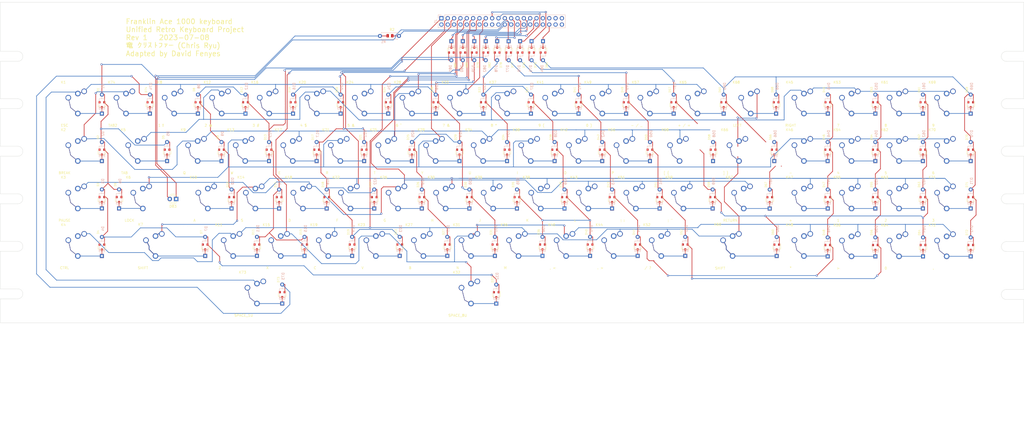
<source format=kicad_pcb>
(kicad_pcb (version 20221018) (generator pcbnew)
  (title_block (title "Franklin Ace 1000 keyboard") (date "2023-07-08") (rev "1") (company "Unified Retro Keyboard Project") (comment 1 "竜 クリストファー (Chris Ryu) ") (comment 2 "Adapted by David Fenyes"))
  (layers (0 "F.Cu" signal) (31 "B.Cu" signal) (34 "B.Paste" user) (35 "F.Paste" user) (36 "B.SilkS" user "B.Silkscreen") (37 "F.SilkS" user "F.Silkscreen") (38 "B.Mask" user) (39 "F.Mask" user) (44 "Edge.Cuts" user))
  (net 0 "")
  (net 1 "Net-(D1-K)")
  (net 2 "Net-(D2-K)")
  (net 3 "Net-(D3-K)")
  (net 4 "Net-(D4-K)")
  (net 5 "Net-(D5-K)")
  (net 6 "Net-(D6-K)")
  (net 7 "Net-(D7-K)")
  (net 8 "Net-(D8-K)")
  (net 9 "Net-(D9-K)")
  (net 10 "Row9")
  (net 11 "Col7")
  (net 12 "Net-(D10-K)")
  (net 13 "Col6")
  (net 14 "Net-(D11-K)")
  (net 15 "Col5")
  (net 17 "Col4")
  (net 19 "Col3")
  (net 21 "Col2")
  (net 23 "Col1")
  (net 25 "Col0")
  (net 31 "Net-(J1-Pin_22)")
  (net 43 "Net-(D12-K)")
  (net 44 "Net-(D13-K)")
  (net 45 "Net-(D14-K)")
  (net 46 "Net-(D15-K)")
  (net 47 "Net-(D16-K)")
  (net 48 "Net-(D17-K)")
  (net 49 "Net-(D18-K)")
  (net 50 "Net-(D19-K)")
  (net 51 "Net-(D20-K)")
  (net 52 "Net-(D21-K)")
  (net 53 "Net-(D22-K)")
  (net 54 "Net-(D23-K)")
  (net 55 "Net-(D24-K)")
  (net 56 "Net-(D25-K)")
  (net 57 "Net-(D26-K)")
  (net 58 "Net-(D27-K)")
  (net 59 "Net-(D28-K)")
  (net 60 "Net-(D29-K)")
  (net 61 "Net-(D30-K)")
  (net 62 "Net-(D31-K)")
  (net 63 "Net-(D32-K)")
  (net 64 "Net-(D33-K)")
  (net 65 "Net-(D34-K)")
  (net 66 "Net-(D35-K)")
  (net 67 "Net-(D36-K)")
  (net 68 "Net-(D37-K)")
  (net 69 "Net-(D38-K)")
  (net 70 "Net-(D39-K)")
  (net 71 "Net-(D40-K)")
  (net 72 "Net-(D41-K)")
  (net 73 "Net-(D42-K)")
  (net 74 "Net-(D43-K)")
  (net 75 "Net-(D44-K)")
  (net 76 "Net-(D45-K)")
  (net 77 "Net-(D46-K)")
  (net 78 "Net-(D47-K)")
  (net 79 "Net-(D48-K)")
  (net 80 "Net-(D49-K)")
  (net 81 "Net-(D50-K)")
  (net 82 "Net-(D51-K)")
  (net 83 "Net-(D52-K)")
  (net 84 "Net-(D53-K)")
  (net 85 "Net-(D54-K)")
  (net 86 "Net-(D55-K)")
  (net 87 "Net-(D56-K)")
  (net 88 "Net-(D57-K)")
  (net 89 "Net-(D58-K)")
  (net 90 "Net-(D59-K)")
  (net 91 "Net-(D60-K)")
  (net 92 "Net-(D61-K)")
  (net 93 "Net-(D62-K)")
  (net 94 "Net-(D63-K)")
  (net 95 "Net-(D64-K)")
  (net 96 "Net-(D65-K)")
  (net 97 "Net-(D66-K)")
  (net 98 "Net-(D67-K)")
  (net 99 "Net-(D68-K)")
  (net 100 "Net-(D69-K)")
  (net 101 "Net-(D70-K)")
  (net 102 "Net-(D71-K)")
  (net 103 "Net-(D72-K)")
  (net 104 "Net-(D83-A)")
  (net 105 "Net-(D73-K)")
  (net 106 "Net-(D74-K)")
  (net 107 "Net-(D75-K)")
  (net 108 "Net-(D76-K)")
  (net 109 "Net-(D77-K)")
  (net 110 "Net-(D78-K)")
  (net 111 "Net-(D79-K)")
  (net 112 "Net-(D80-K)")
  (net 113 "Net-(D81-K)")
  (net 114 "Net-(D82-K)")
  (net 115 "Row0")
  (net 116 "Row1")
  (net 117 "Row2")
  (net 118 "Row3")
  (net 119 "Row4")
  (net 120 "Row5")
  (net 121 "Row6")
  (net 122 "Row7")
  (net 123 "Net-(D83-K)")
  (net 124 "Row10")
  (net 125 "Net-(D84-K)")
  (footprint "unikbd:diode-combined" (layer "F.Cu") (at 364.17826 164.4904 90)
    (fp_text reference "D57")
    (fp_text value "diode-combined" hide)
  )
  (footprint "unikbd:diode-combined" (layer "F.Cu") (at 235.378976 221.5388 90)
    (fp_text reference "D19")
    (fp_text value "diode-combined" hide)
  )
  (footprint "unikbd:diode-combined" (layer "F.Cu") (at 349.746704 221.5388 90)
    (fp_text reference "D44")
    (fp_text value "diode-combined" hide)
  )
  (footprint "unikbd:diode-combined" (layer "F.Cu") (at 263.2964 202.5396 90)
    (fp_text reference "D26")
    (fp_text value "diode-combined" hide)
  )
  (footprint "unikbd:diode-combined" (layer "F.Cu") (at 173.609 164.4904 90)
    (fp_text reference "D8")
    (fp_text value "diode-combined" hide)
  )
  (footprint "unikbd:diode-combined" (layer "F.Cu") (at 259.316492 183.515 90)
    (fp_text reference "D25")
    (fp_text value "diode-combined" hide)
  )
  (footprint "unikbd:Key_MX" (layer "F.Cu") (at 282.998036 221.250352)
    (fp_text reference "K31")
    (fp_text value "N")
  )
  (footprint "unikbd:diode-combined" (layer "F.Cu") (at 183.0578 183.515 90)
    (fp_text reference "D9")
    (fp_text value "diode-combined" hide)
  )
  (footprint "unikbd:Key_MX_2u" (layer "F.Cu") (at 156.633036 221.250352)
    (fp_text reference "K7")
    (fp_text value "SHIFT")
  )
  (footprint "unikbd:diode-combined" (layer "F.Cu") (at 293.116 240.665 90)
    (fp_text reference "D32")
    (fp_text value "diode-combined" hide)
  )
  (footprint "unikbd:Key_MX" (layer "F.Cu") (at 177.588036 202.200352)
    (fp_text reference "K10")
    (fp_text value "A")
  )
  (footprint "unikbd:Key_MX" (layer "F.Cu") (at 359.198036 221.250352)
    (fp_text reference "K52")
    (fp_text value "/ ?")
  )
  (footprint "unikbd:diode-combined" (layer "F.Cu") (at 135.1534 164.4904 90)
    (fp_text reference "D1")
    (fp_text value "diode-combined" hide)
  )
  (footprint "unikbd:diode-combined" (layer "F.Cu") (at 301.3964 202.5396 90)
    (fp_text reference "D35")
    (fp_text value "diode-combined" hide)
  )
  (footprint "unikbd:diode-combined" (layer "F.Cu") (at 384.2004 164.4904 90)
    (fp_text reference "D65")
    (fp_text value "diode-combined" hide)
  )
  (footprint "unikbd:diode-combined" (layer "F.Cu") (at 216.317688 221.5388 90)
    (fp_text reference "D15")
    (fp_text value "diode-combined" hide)
  )
  (footprint "unikbd:diode-combined" (layer "F.Cu") (at 425.9072 164.4904 90)
    (fp_text reference "D45")
    (fp_text value "diode-combined" hide)
  )
  (footprint "unikbd:Key_MX" (layer "F.Cu") (at 306.924836 183.150352)
    (fp_text reference "K38")
    (fp_text value "I")
  )
  (footprint "unikbd:Key_MX" (layer "F.Cu") (at 215.688036 202.200352)
    (fp_text reference "K18")
    (fp_text value "D")
  )
  (footprint "unikbd:Key_MX" (layer "F.Cu") (at 366.532286 183.150352)
    (fp_text reference "K58")
    (fp_text value "[ {")
  )
  (footprint "unikbd:Key_MX" (layer "F.Cu") (at 435.398036 164.100352)
    (fp_text reference "K53")
    (fp_text value "7")
  )
  (footprint "unikbd:Key_MX" (layer "F.Cu") (at 340.148036 221.250352)
    (fp_text reference "K44")
    (fp_text value ". >")
  )
  (footprint "unikbd:diode-combined" (layer "F.Cu") (at 425.831 183.515 90)
    (fp_text reference "D46")
    (fp_text value "diode-combined" hide)
  )
  (footprint "unikbd:Key_MX" (layer "F.Cu") (at 173.524036 183.150352)
    (fp_text reference "K9")
    (fp_text value "Q")
  )
  (footprint "unikbd:diode-combined" (layer "F.Cu") (at 463.9818 202.5396 90)
    (fp_text reference "D63")
    (fp_text value "diode-combined" hide)
  )
  (footprint "unikbd:diode-combined" (layer "F.Cu") (at 293.4843 142.5702 -90)
    (fp_text reference "D78")
    (fp_text value "1N4148" hide)
  )
  (footprint "unikbd:diode-combined" (layer "F.Cu") (at 483.1334 202.5396 90)
    (fp_text reference "D71")
    (fp_text value "diode-combined" hide)
  )
  (footprint "unikbd:Key_MX" (layer "F.Cu") (at 326.051036 183.150352)
    (fp_text reference "K42")
    (fp_text value "O")
  )
  (footprint "unikbd:Key_MX_Spacebar_5.25" (layer "F.Cu") (at 282.998036 240.300352)
    (fp_text reference "K32")
    (fp_text value "SPACE_8U")
  )
  (footprint "unikbd:diode-combined" (layer "F.Cu") (at 142.0368 202.5142 90)
    (fp_text reference "D6")
    (fp_text value "diode-combined" hide)
  )
  (footprint "unikbd:diode-combined" (layer "F.Cu") (at 278.373419 183.515 90)
    (fp_text reference "D29")
    (fp_text value "diode-combined" hide)
  )
  (footprint "unikbd:diode-combined" (layer "F.Cu") (at 288.896425 142.5702 -90)
    (fp_text reference "D82")
    (fp_text value "1N4148" hide)
  )
  (footprint "unikbd:diode-combined" (layer "F.Cu") (at 240.1926 183.515 90)
    (fp_text reference "D21")
    (fp_text value "diode-combined" hide)
  )
  (footprint "unikbd:Key_MX" (layer "F.Cu") (at 234.738036 202.200352)
    (fp_text reference "K22")
    (fp_text value "F")
  )
  (footprint "unikbd:Key_MX" (layer "F.Cu") (at 435.398036 202.200352)
    (fp_text reference "K55")
    (fp_text value "1")
  )
  (footprint "unikbd:diode-combined" (layer "F.Cu") (at 307.247925 142.5702 -90)
    (fp_text reference "D75")
    (fp_text value "1N4148" hide)
  )
  (footprint "MountingHole:MountingHole_3.2mm_M3" (layer "F.Cu") (at 233.9286 143.9926)
    (fp_text reference "REF**" hide)
    (fp_text value "MountingHole_3.2mm_M3")
  )
  (footprint "unikbd:Key_MX" (layer "F.Cu") (at 454.448036 221.377352)
    (fp_text reference "K64")
    (fp_text value "0")
  )
  (footprint "unikbd:diode-combined" (layer "F.Cu") (at 230.779778 164.4904 90)
    (fp_text reference "D20")
    (fp_text value "diode-combined" hide)
  )
  (footprint "unikbd:Key_MX" (layer "F.Cu") (at 253.788036 202.200352)
    (fp_text reference "K26")
    (fp_text value "G")
  )
  (footprint "unikbd:Key_MX" (layer "F.Cu") (at 202.194389 164.100352)
    (fp_text reference "K16")
    (fp_text value "3 #")
  )
  (footprint "unikbd:Key_MX" (layer "F.Cu") (at 390.344786 183.150352)
    (fp_text reference "K66")
    (fp_text value "] }")
  )
  (footprint "unikbd:Key_MX" (layer "F.Cu") (at 416.348036 221.250352)
    (fp_text reference "K48")
    (fp_text value "*")
  )
  (footprint "unikbd:diode-combined" (layer "F.Cu") (at 326.064408 164.4904 90)
    (fp_text reference "D41")
    (fp_text value "diode-combined" hide)
  )
  (footprint "unikbd:diode-combined" (layer "F.Cu") (at 339.4964 202.5396 90)
    (fp_text reference "D43")
    (fp_text value "diode-combined" hide)
  )
  (footprint "unikbd:Key_MX" (layer "F.Cu") (at 435.398036 221.377352)
    (fp_text reference "K56")
    (fp_text value ">")
  )
  (footprint "unikbd:diode-combined" (layer "F.Cu") (at 161.2646 183.515 90)
    (fp_text reference "D5")
    (fp_text value "diode-combined" hide)
  )
  (footprint "unikbd:diode-combined" (layer "F.Cu") (at 358.5464 202.5396 90)
    (fp_text reference "D51")
    (fp_text value "diode-combined" hide)
  )
  (footprint "unikbd:Key_MX" (layer "F.Cu") (at 197.273036 240.300352)
    (fp_text reference "K73")
    (fp_text value "SPACE_1U")
  )
  (footprint "unikbd:diode-combined" (layer "F.Cu") (at 176.53 221.5548 90)
    (fp_text reference "D7")
    (fp_text value "diode-combined" hide)
  )
  (footprint "unikbd:diode-combined" (layer "F.Cu") (at 275.1328 142.5702 -90)
    (fp_text reference "D81")
    (fp_text value "1N4148" hide)
  )
  (footprint "MountingHole:MountingHole_3.2mm_M3" (layer "F.Cu") (at 357.4642 143.9926)
    (fp_text reference "REF**" hide)
    (fp_text value "MountingHole_3.2mm_M3")
  )
  (footprint "unikbd:Key_MX" (layer "F.Cu") (at 206.798036 221.250352)
    (fp_text reference "K15")
    (fp_text value "X")
  )
  (footprint "unikbd:Key_MX" (layer "F.Cu") (at 278.422093 164.100352)
    (fp_text reference "K33")
    (fp_text value "7 &")
  )
  (footprint "unikbd:diode-combined" (layer "F.Cu") (at 135.1534 202.5142 90)
    (fp_text reference "D3")
    (fp_text value "diode-combined" hide)
  )
  (footprint "unikbd:diode-combined" (layer "F.Cu") (at 192.665926 164.4904 90)
    (fp_text reference "D12")
    (fp_text value "diode-combined" hide)
  )
  (footprint "unikbd:diode-combined" (layer "F.Cu") (at 292.56284 221.5388 90)
    (fp_text reference "D31")
    (fp_text value "diode-combined" hide)
  )
  (footprint "unikbd:diode-combined" (layer "F.Cu") (at 284.30855 142.5702 -90)
    (fp_text reference "D79")
    (fp_text value "1N4148" hide)
  )
  (footprint "unikbd:diode-combined" (layer "F.Cu") (at 279.720675 142.5702 -90)
    (fp_text reference "D80")
    (fp_text value "1N4148" hide)
  )
  (footprint "unikbd:diode-combined" (layer "F.Cu") (at 444.948733 164.4904 90)
    (fp_text reference "D53")
    (fp_text value "diode-combined" hide)
  )
  (footprint "unikbd:Key_MX" (layer "F.Cu") (at 230.674036 183.150352)
    (fp_text reference "K21")
    (fp_text value "R")
  )
  (footprint "unikbd:Key_MX" (layer "F.Cu") (at 416.348036 202.200352)
    (fp_text reference "K47")
    (fp_text value "+")
  )
  (footprint "unikbd:Key_MX" (layer "F.Cu") (at 259.365167 164.100352)
    (fp_text reference "K28")
    (fp_text value "6 ^")
  )
  (footprint "unikbd:diode-combined" (layer "F.Cu") (at 135.1534 183.515 90)
    (fp_text reference "D2")
    (fp_text value "diode-combined" hide)
  )
  (footprint "unikbd:diode-combined" (layer "F.Cu") (at 207.391 240.6396 90)
    (fp_text reference "D73")
    (fp_text value "diode-combined" hide)
  )
  (footprint "unikbd:diode-combined" (layer "F.Cu") (at 405.2062 164.4904 90)
    (fp_text reference "D68")
    (fp_text value "diode-combined" hide)
  )
  (footprint "unikbd:Key_MX" (layer "F.Cu") (at 373.706723 164.100352)
    (fp_text reference "K65")
    (fp_text value "+ / =")
  )
  (footprint "unikbd:diode-combined" (layer "F.Cu") (at 405.4348 221.5896 90)
    (fp_text reference "D60")
    (fp_text value "diode-combined" hide)
  )
  (footprint "unikbd:Key_MX" (layer "F.Cu") (at 125.518036 164.100352)
    (fp_text reference "K1")
    (fp_text value "ESC")
  )
  (footprint "MountingHole:MountingHole_3.2mm_M3" (layer "F.Cu") (at 167.10936 244.729)
    (fp_text reference "REF**" hide)
    (fp_text value "MountingHole_3.2mm_M3")
  )
  (footprint "unikbd:diode-combined" (layer "F.Cu") (at 254.440264 221.5388 90)
    (fp_text reference "D23")
    (fp_text value "diode-combined" hide)
  )
  (footprint "unikbd:diode-combined" (layer "F.Cu") (at 244.2464 202.5396 90)
    (fp_text reference "D22")
    (fp_text value "diode-combined" hide)
  )
  (footprint "unikbd:diode-combined" (layer "F.Cu") (at 187.0964 202.5396 90)
    (fp_text reference "D10")
    (fp_text value "diode-combined" hide)
  )
  (footprint "unikbd:Key_MX" (layer "F.Cu") (at 310.938036 202.200352)
    (fp_text reference "K39")
    (fp_text value "K")
  )
  (footprint "unikbd:Key_MX" (layer "F.Cu") (at 335.592871 164.100352)
    (fp_text reference "K49")
    (fp_text value "0 )")
  )
  (footprint "unikbd:diode-combined" (layer "F.Cu") (at 463.9818 183.515 90)
    (fp_text reference "D62")
    (fp_text value "diode-combined" hide)
  )
  (footprint "unikbd:Key_MX" (layer "F.Cu") (at 395.027379 164.100352)
    (fp_text reference "K68")
    (fp_text value "LEFT")
  )
  (footprint "unikbd:Key_MX" (layer "F.Cu") (at 349.038036 202.200352)
    (fp_text reference "K51")
    (fp_text value "; :")
  )
  (footprint "unikbd:diode-combined" (layer "F.Cu") (at 282.3464 202.5396 90)
    (fp_text reference "D30")
    (fp_text value "diode-combined" hide)
  )
  (footprint "MountingHole:MountingHole_3.2mm_M3" (layer "F.Cu") (at 477.1898 244.729)
    (fp_text reference "REF**" hide)
    (fp_text value "MountingHole_3.2mm_M3")
  )
  (footprint "unikbd:Key_MX" (layer "F.Cu") (at 183.137463 164.100352)
    (fp_text reference "K12")
    (fp_text value "2 @")
  )
  (footprint "unikbd:diode-combined" (layer "F.Cu") (at 379.938971 183.515 90)
    (fp_text reference "D58")
    (fp_text value "diode-combined" hide)
  )
  (footprint "unikbd:Key_MX" (layer "F.Cu") (at 151.553036 202.200352)
    (fp_text reference "K6")
    (fp_text value "LOCK")
  )
  (footprint "unikbd:Key_MX" (layer "F.Cu") (at 329.988036 202.200352)
    (fp_text reference "K43")
    (fp_text value "L")
  )
  (footprint "unikbd:diode-combined" (layer "F.Cu") (at 483.1334 164.4904 90)
    (fp_text reference "D69")
    (fp_text value "diode-combined" hide)
  )
  (footprint "MountingHole:MountingHole_3.2mm_M3" (layer "F.Cu") (at 118.013 143.9926)
    (fp_text reference "REF**" hide)
    (fp_text value "MountingHole_3.2mm_M3")
  )
  (footprint "unikbd:diode-combined" (layer "F.Cu") (at 483.1334 183.515 90)
    (fp_text reference "D70")
    (fp_text value "diode-combined" hide)
  )
  (footprint "unikbd:Key_MX" (layer "F.Cu") (at 249.724036 183.150352)
    (fp_text reference "K25")
    (fp_text value "T")
  )
  (footprint "MountingHole:MountingHole_3.2mm_M3" (layer "F.Cu") (at 381.10344 244.729)
    (fp_text reference "REF**" hide)
    (fp_text value "MountingHole_3.2mm_M3")
  )
  (footprint "unikbd:Key_MX" (layer "F.Cu") (at 473.498036 183.150352)
    (fp_text reference "K70")
    (fp_text value "6")
  )
  (footprint "unikbd:Key_MX" (layer "F.Cu") (at 302.048036 221.250352)
    (fp_text reference "K36")
    (fp_text value "M")
  )
  (footprint "unikbd:diode-combined" (layer "F.Cu") (at 135.1534 221.5896 90)
    (fp_text reference "D4")
    (fp_text value "diode-combined" hide)
  )
  (footprint "unikbd:diode-combined" (layer "F.Cu") (at 425.8818 202.5396 90)
    (fp_text reference "D47")
    (fp_text value "diode-combined" hide)
  )
  (footprint "unikbd:Key_MX" (layer "F.Cu") (at 187.748036 221.250352)
    (fp_text reference "K11")
    (fp_text value "Z")
  )
  (footprint "unikbd:Key_MX" (layer "F.Cu") (at 454.448036 183.150352)
    (fp_text reference "K62")
    (fp_text value "5")
  )
  (footprint "unikbd:Key_MX" (layer "F.Cu") (at 268.824836 183.150352)
    (fp_text reference "K29")
    (fp_text value "Y")
  )
  (footprint "unikbd:diode-combined" (layer "F.Cu") (at 345.121334 164.4904 90)
    (fp_text reference "D49")
    (fp_text value "diode-combined" hide)
  )
  (footprint "unikbd:diode-combined" (layer "F.Cu") (at 425.8564 221.742 90)
    (fp_text reference "D48")
    (fp_text value "diode-combined" hide)
  )
  (footprint "Resistor_SMD:R_0805_2012Metric" (layer "F.Cu") (at 250.5456 136.8298)
    (fp_text reference "R2")
    (fp_text value "RES 330 ohm 1% MLCC 0805 Yageo" hide)
  )
  (footprint "unikbd:diode-combined" (layer "F.Cu") (at 335.5442 183.515 90)
    (fp_text reference "D42")
    (fp_text value "diode-combined" hide)
  )
  (footprint "unikbd:diode-combined" (layer "F.Cu") (at 287.950556 164.4904 90)
    (fp_text reference "D33")
    (fp_text value "diode-combined" hide)
  )
  (footprint "unikbd:Key_MX" (layer "F.Cu") (at 125.518036 202.200352)
    (fp_text reference "K3")
    (fp_text value "PAUSE")
  )
  (footprint "unikbd:diode-combined" (layer "F.Cu") (at 311.624128 221.5388 90)
    (fp_text reference "D36")
    (fp_text value "diode-combined" hide)
  )
  (footprint "unikbd:diode-combined" (layer "F.Cu") (at 402.6408 202.565 90)
    (fp_text reference "D67")
    (fp_text value "diode-combined" hide)
  )
  (footprint "unikbd:Key_MX" (layer "F.Cu") (at 240.308241 164.100352)
    (fp_text reference "K24")
    (fp_text value "5 &")
  )
  (footprint "unikbd:Key_MX" (layer "F.Cu") (at 164.126036 164.100352)
    (fp_text reference "K8")
    (fp_text value "1 !")
  )
  (footprint "unikbd:Key_MX" (layer "F.Cu") (at 345.101036 183.150352)
    (fp_text reference "K50")
    (fp_text value "P")
  )
  (footprint "unikbd:Key_MX" (layer "F.Cu") (at 473.498036 202.200352)
    (fp_text reference "K71")
    (fp_text value "3")
  )
  (footprint "unikbd:Key_MX" (layer "F.Cu") (at 416.348036 164.100352)
    (fp_text reference "K45")
    (fp_text value "RIGHT")
  )
  (footprint "unikbd:diode-combined" (layer "F.Cu") (at 463.990266 164.4904 90)
    (fp_text reference "D61")
    (fp_text value "diode-combined" hide)
  )
  (footprint "unikbd:diode-combined" (layer "F.Cu") (at 483.1334 221.742 90)
    (fp_text reference "D72")
    (fp_text value "diode-combined" hide)
  )
  (footprint "unikbd:Key_MX" (layer "F.Cu") (at 354.649797 164.100352)
    (fp_text reference "K57")
    (fp_text value "- / _")
  )
  (footprint "unikbd:Key_MX" (layer "F.Cu") (at 225.848036 221.250352)
    (fp_text reference "K19")
    (fp_text value "C")
  )
  (footprint "unikbd:diode-combined" (layer "F.Cu") (at 302.66005 142.5702 -90)
    (fp_text reference "D76")
    (fp_text value "1N4148" hide)
  )
  (footprint "unikbd:diode-combined" (layer "F.Cu") (at 225.1964 202.5396 90)
    (fp_text reference "D18")
    (fp_text value "diode-combined" hide)
  )
  (footprint "unikbd:diode-combined" (layer "F.Cu") (at 311.8358 142.5702 -90)
    (fp_text reference "D84")
    (fp_text value "1N4148" hide)
  )
  (footprint "unikbd:Key_MX" (layer "F.Cu") (at 244.898036 221.250352)
    (fp_text reference "K23")
    (fp_text value "V")
  )
  (footprint "unikbd:Key_MX" (layer "F.Cu") (at 125.518036 183.150352)
    (fp_text reference "K2")
    (fp_text value "BREAK")
  )
  (footprint "unikbd:diode-combined" (layer "F.Cu") (at 354.671743 183.515 90)
    (fp_text reference "D50")
    (fp_text value "diode-combined" hide)
  )
  (footprint "unikbd:diode-combined" (layer "F.Cu") (at 404.46031 183.515 90)
    (fp_text reference "D66")
    (fp_text value "diode-combined" hide)
  )
  (footprint "unikbd:diode-combined" (layer "F.Cu") (at 211.722852 164.4904 90)
    (fp_text reference "D16")
    (fp_text value "diode-combined" hide)
  )
  (footprint "unikbd:Key_MX" (layer "F.Cu") (at 473.498036 164.100352)
    (fp_text reference "K69")
    (fp_text value "9")
  )
  (footprint "unikbd:diode-combined" (layer "F.Cu") (at 307.007482 164.4904 90)
    (fp_text reference "D37")
    (fp_text value "diode-combined" hide)
  )
  (footprint "unikbd:diode-combined" (layer "F.Cu") (at 197.2564 221.5388 90)
    (fp_text reference "D11")
    (fp_text value "diode-combined" hide)
  )
  (footprint "unikbd:diode-combined" (layer "F.Cu") (at 330.685416 221.5388 90)
    (fp_text reference "D40")
    (fp_text value "diode-combined" hide)
  )
  (footprint "unikbd:Key_MX" (layer "F.Cu") (at 454.448036 164.100352)
    (fp_text reference "K61")
    (fp_text value "8")
  )
  (footprint "unikbd:diode-combined" (layer "F.Cu") (at 368.808 221.5388 90)
    (fp_text reference "D52")
    (fp_text value "diode-combined" hide)
  )
  (footprint "unikbd:diode-combined" (layer "F.Cu") (at 444.9318 183.515 90)
    (fp_text reference "D54")
    (fp_text value "diode-combined" hide)
  )
  (footprint "unikbd:Key_MX_2u" (layer "F.Cu") (at 387.773036 221.250352)
    (fp_text reference "K60")
    (fp_text value "SHIFT")
  )
  (footprint "unikbd:diode-combined" (layer "F.Cu") (at 464.041066 221.742 90)
    (fp_text reference "D64")
    (fp_text value "diode-combined" hide)
  )
  (footprint "unikbd:diode-combined" (layer "F.Cu") (at 206.1464 202.5396 90)
    (fp_text reference "D14")
    (fp_text value "diode-combined" hide)
  )
  (footprint "unikbd:Key_MX" (layer "F.Cu") (at 144.822036 164.100352)
    (fp_text reference "K74")
    (fp_text value "TAB2")
  )
  (footprint "unikbd:diode-combined" (layer "F.Cu") (at 202.0926 183.515 90)
    (fp_text reference "D13")
    (fp_text value "diode-combined" hide)
  )
  (footprint "unikbd:Key_MX" (layer "F.Cu") (at 435.398036 183.150352)
    (fp_text reference "K54")
    (fp_text value "4")
  )
  (footprint "unikbd:Key_MX" (layer "F.Cu") (at 211.624036 183.150352)
    (fp_text reference "K17")
    (fp_text value "E")
  )
  (footprint "unikbd:Key_MX" (layer "F.Cu") (at 316.535945 164.100352)
    (fp_text reference "K41")
    (fp_text value "9 (")
  )
  (footprint "unikbd:Key_MX" (layer "F.Cu") (at 192.574036 183.150352)
    (fp_text reference "K13")
    (fp_text value "W")
  )
  (footprint "unikbd:diode-combined" (layer "F.Cu") (at 379.7808 202.5396 90)
    (fp_text reference "D59")
    (fp_text value "diode-combined" hide)
  )
  (footprint "unikbd:Key_MX" (layer "F.Cu") (at 287.874836 183.150352)
    (fp_text reference "K34")
    (fp_text value "U")
  )
  (footprint "unikbd:Key_MX" (layer "F.Cu") (at 291.888036 202.200352)
    (fp_text reference "K35")
    (fp_text value "J")
  )
  (footprint "unikbd:diode-combined" (layer "F.Cu") (at 249.836704 164.4904 90)
    (fp_text reference "D24")
    (fp_text value "diode-combined" hide)
  )
  (footprint "unikbd:Key_MX" (layer "F.Cu") (at 368.088036 202.200352)
    (fp_text reference "K59")
    (fp_text value "; \"")
  )
  (footprint "unikbd:diode-combined" (layer "F.Cu") (at 320.4464 202.5396 90)
    (fp_text reference "D39")
    (fp_text value "diode-combined" hide)
  )
  (footprint "unikbd:Key_MX" (layer "F.Cu") (at 321.098036 221.250352)
    (fp_text reference "K40")
    (fp_text value ", <")
  )
  (footprint "MountingHole:MountingHole_3.2mm_M3" (layer "F.Cu") (at 119.888 244.729)
    (fp_text reference "REF**" hide)
    (fp_text value "MountingHole_3.2mm_M3")
  )
  (footprint "unikbd:Key_MX" (layer "F.Cu") (at 272.838036 202.200352)
    (fp_text reference "K30")
    (fp_text value "H")
  )
  (footprint "LED_THT:LED_D3.0mm" (layer "F.Cu") (at 164.9018 202.2856 180)
    (fp_text reference "D83")
    (fp_text value "LED")
  )
  (footprint "unikbd:diode-combined" (layer "F.Cu") (at 444.948733 221.742 90)
    (fp_text reference "D56")
    (fp_text value "diode-combined" hide)
  )
  (footprint "unikbd:diode-combined" (layer "F.Cu") (at 154.3812 164.4904 90)
    (fp_text reference "D74")
    (fp_text value "diode-combined" hide)
  )
  (footprint "unikbd:diode-combined" (layer "F.Cu") (at 444.9318 202.5396 90)
    (fp_text reference "D55")
    (fp_text value "diode-combined" hide)
  )
  (footprint "unikbd:Key_MX" (layer "F.Cu") (at 392.218036 202.200352)
    (fp_text reference "K67")
    (fp_text value "RETURN")
  )
  (footprint "unikbd:diode-combined" (layer "F.Cu") (at 316.487273 183.515 90)
    (fp_text reference "D38")
    (fp_text value "diode-combined" hide)
  )
  (footprint "unikbd:diode-combined" (layer "F.Cu") (at 268.89363 164.4904 90)
    (fp_text reference "D28")
    (fp_text value "diode-combined" hide)
  )
  (footprint "unikbd:diode-combined" (layer "F.Cu") (at 298.072175 142.5702 -90)
    (fp_text reference "D77")
    (fp_text value "1N4148" hide)
  )
  (footprint "MountingHole:MountingHole_3.2mm_M3" (layer "F.Cu") (at 477.1898 143.9926)
    (fp_text reference "REF**" hide)
    (fp_text value "MountingHole_3.2mm_M3")
  )
  (footprint "unikbd:Key_MX" (layer "F.Cu") (at 263.948036 221.250352)
    (fp_text reference "K27")
    (fp_text value "B")
  )
  (footprint "unikbd:diode-combined" (layer "F.Cu") (at 221.168 183.515 90)
    (fp_text reference "D17")
    (fp_text value "diode-combined" hide)
  )
  (footprint "unikbd:Key_MX" (layer "F.Cu") (at 473.498036 221.377352)
    (fp_text reference "K72")
    (fp_text value ".")
  )
  (footprint "unikbd:Key_MX" (layer "F.Cu") (at 416.348036 183.150352)
    (fp_text reference "K46")
    (fp_text value "-")
  )
  (footprint "unikbd:Key_MX" (layer "F.Cu") (at 196.638036 202.200352)
    (fp_text reference "K14")
    (fp_text value "S")
  )
  (footprint "unikbd:diode-combined" (layer "F.Cu") (at 297.430346 183.515 90)
    (fp_text reference "D34")
    (fp_text value "diode-combined" hide)
  )
  (footprint "unikbd:Key_MX" (layer "F.Cu") (at 125.518036 221.250352)
    (fp_text reference "K4")
    (fp_text value "CTRL")
  )
  (footprint "unikbd:Key_MX" (layer "F.Cu") (at 221.251315 164.100352)
    (fp_text reference "K20")
    (fp_text value "4 $")
  )
  (footprint "unikbd:Key_MX" (layer "F.Cu") (at 297.479019 164.100352)
    (fp_text reference "K37")
    (fp_text value "8 *")
  )
  (footprint "unikbd:Key_MX" (layer "F.Cu") (at 454.448036 202.200352)
    (fp_text reference "K63")
    (fp_text value "2")
  )
  (footprint "unikbd:Key_MX" (layer "F.Cu") (at 149.521036 183.150352)
    (fp_text reference "K5")
    (fp_text value "TAB")
  )
  (footprint "unikbd:diode-combined" (layer "F.Cu") (at 273.501552 221.5388 90)
    (fp_text reference "D27")
    (fp_text value "diode-combined" hide)
  )
  (footprint "Connector_PinHeader_2.54mm:PinHeader_2x20_P2.54mm_Vertical" (layer "B.Cu") (at 271.146036 129.799352 -90)
    (fp_text reference "J1")
    (fp_text value "Conn_02x20_Odd_Even")
  )
  (footprint "Resistor_THT:R_Axial_DIN0207_L6.3mm_D2.5mm_P7.62mm_Horizontal" (layer "B.Cu") (at 246.5324 136.906)
    (fp_text reference "R1")
    (fp_text value "330 ohms")
  )
  (gr_line (start 504.4 166.100352) (end 497.4 166.100352) (stroke (width 0.1)) (layer "Edge.Cuts"))
  (gr_line (start 504.4 204.200352) (end 504.4 219.377352) (stroke (width 0.1)) (layer "Edge.Cuts"))
  (gr_arc (start 101.5 181.150352) (mid 103.5 183.150352) (end 101.5 185.150352) (stroke (width 0.1)) (layer "Edge.Cuts"))
  (gr_line (start 101.5 204.2) (end 94.5 204.2) (stroke (width 0.1)) (layer "Edge.Cuts"))
  (gr_line (start 101.5 238.3) (end 94.4 238.3) (stroke (width 0.1)) (layer "Edge.Cuts"))
  (gr_line (start 94.5 181.150352) (end 101.5 181.150352) (stroke (width 0.1)) (layer "Edge.Cuts"))
  (gr_line (start 497.4 181.150352) (end 504.4 181.150352) (stroke (width 0.1)) (layer "Edge.Cuts"))
  (gr_line (start 504.4 238.577) (end 504.4 223.377352) (stroke (width 0.1)) (layer "Edge.Cuts"))
  (gr_arc (start 497.4 147.1) (mid 495.4 145.1) (end 497.4 143.1) (stroke (width 0.1)) (layer "Edge.Cuts"))
  (gr_line (start 101.5 166.100352) (end 94.5 166.100352) (stroke (width 0.1)) (layer "Edge.Cuts"))
  (gr_arc (start 101.5 162.100352) (mid 103.5 164.100352) (end 101.5 166.100352) (stroke (width 0.1)) (layer "Edge.Cuts"))
  (gr_line (start 94.5 200.2) (end 94.5 185.150352) (stroke (width 0.1)) (layer "Edge.Cuts"))
  (gr_line (start 497.4 162.100352) (end 504.4 162.100352) (stroke (width 0.1)) (layer "Edge.Cuts"))
  (gr_line (start 101.5 147.1) (end 94.5 147.1) (stroke (width 0.1)) (layer "Edge.Cuts"))
  (gr_line (start 504.4 123.4) (end 504.4 143.1) (stroke (width 0.1)) (layer "Edge.Cuts"))
  (gr_line (start 504.4 147.1) (end 504.4 162.100352) (stroke (width 0.1)) (layer "Edge.Cuts"))
  (gr_line (start 94.5 251.9) (end 504.4 251.9) (stroke (width 0.1)) (layer "Edge.Cuts"))
  (gr_line (start 497.4 219.377352) (end 504.4 219.377352) (stroke (width 0.1)) (layer "Edge.Cuts"))
  (gr_arc (start 497.4 204.200352) (mid 495.4 202.200352) (end 497.4 200.200352) (stroke (width 0.1)) (layer "Edge.Cuts"))
  (gr_line (start 94.5 143.1) (end 94.5 123.4) (stroke (width 0.1)) (layer "Edge.Cuts"))
  (gr_line (start 497.4 200.200352) (end 504.4 200.200352) (stroke (width 0.1)) (layer "Edge.Cuts"))
  (gr_arc (start 497.4 223.377352) (mid 495.4 221.377352) (end 497.4 219.377352) (stroke (width 0.1)) (layer "Edge.Cuts"))
  (gr_line (start 94.5 162.100352) (end 101.5 162.100352) (stroke (width 0.1)) (layer "Edge.Cuts"))
  (gr_line (start 504.4 123.4) (end 94.5 123.4) (stroke (width 0.1)) (layer "Edge.Cuts"))
  (gr_line (start 94.5 200.2) (end 101.5 200.2) (stroke (width 0.1)) (layer "Edge.Cuts"))
  (gr_arc (start 101.5 219.250352) (mid 103.5 221.250352) (end 101.5 223.250352) (stroke (width 0.1)) (layer "Edge.Cuts"))
  (gr_arc (start 101.5 143.1) (mid 103.5 145.1) (end 101.5 147.1) (stroke (width 0.1)) (layer "Edge.Cuts"))
  (gr_arc (start 497.4 242.577) (mid 495.4 240.577) (end 497.4 238.577) (stroke (width 0.1)) (layer "Edge.Cuts"))
  (gr_line (start 504.4 166.100352) (end 504.4 181.150352) (stroke (width 0.1)) (layer "Edge.Cuts"))
  (gr_line (start 94.4 238.3) (end 94.4 223.250352) (stroke (width 0.1)) (layer "Edge.Cuts"))
  (gr_line (start 94.5 219.250352) (end 101.5 219.250352) (stroke (width 0.1)) (layer "Edge.Cuts"))
  (gr_line (start 497.4 143.1) (end 504.4 143.1) (stroke (width 0.1)) (layer "Edge.Cuts"))
  (gr_line (start 94.5 143.1) (end 101.5 143.1) (stroke (width 0.1)) (layer "Edge.Cuts"))
  (gr_line (start 497.4 238.577) (end 504.4 238.577) (stroke (width 0.1)) (layer "Edge.Cuts"))
  (gr_line (start 94.5 242.3) (end 101.5 242.3) (stroke (width 0.1)) (layer "Edge.Cuts"))
  (gr_line (start 504.4 242.577) (end 504.4 251.9) (stroke (width 0.1)) (layer "Edge.Cuts"))
  (gr_line (start 94.5 162.100352) (end 94.5 147.1) (stroke (width 0.1)) (layer "Edge.Cuts"))
  (gr_line (start 101.5 185.150352) (end 94.5 185.150352) (stroke (width 0.1)) (layer "Edge.Cuts"))
  (gr_arc (start 497.4 166.100352) (mid 495.4 164.100352) (end 497.4 162.100352) (stroke (width 0.1)) (layer "Edge.Cuts"))
  (gr_arc (start 101.5 238.3) (mid 103.5 240.3) (end 101.5 242.3) (stroke (width 0.1)) (layer "Edge.Cuts"))
  (gr_line (start 94.5 181.150352) (end 94.5 166.100352) (stroke (width 0.1)) (layer "Edge.Cuts"))
  (gr_line (start 101.5 223.250352) (end 94.4 223.250352) (stroke (width 0.1)) (layer "Edge.Cuts"))
  (gr_arc (start 101.5 200.2) (mid 103.5 202.2) (end 101.5 204.2) (stroke (width 0.1)) (layer "Edge.Cuts"))
  (gr_arc (start 497.4 185.150352) (mid 495.4 183.150352) (end 497.4 181.150352) (stroke (width 0.1)) (layer "Edge.Cuts"))
  (gr_line (start 504.4 204.200352) (end 497.4 204.200352) (stroke (width 0.1)) (layer "Edge.Cuts"))
  (gr_line (start 94.5 219.250352) (end 94.5 204.2) (stroke (width 0.1)) (layer "Edge.Cuts"))
  (gr_line (start 504.4 223.377352) (end 497.4 223.377352) (stroke (width 0.1)) (layer "Edge.Cuts"))
  (gr_line (start 504.4 185.150352) (end 504.4 200.200352) (stroke (width 0.1)) (layer "Edge.Cuts"))
  (gr_line (start 94.5 242.3) (end 94.5 251.9) (stroke (width 0.1)) (layer "Edge.Cuts"))
  (gr_line (start 504.4 242.577) (end 497.4 242.577) (stroke (width 0.1)) (layer "Edge.Cuts"))
  (gr_line (start 504.4 185.150352) (end 497.4 185.150352) (stroke (width 0.1)) (layer "Edge.Cuts"))
  (gr_line (start 504.4 147.1) (end 497.4 147.1) (stroke (width 0.1)) (layer "Edge.Cuts"))
  (gr_text "${TITLE}\n${COMPANY}\nRev ${REVISION}   ${ISSUE_DATE}\n${COMMENT1}\n${COMMENT2}" (at 144.5768 137.541) (layer "F.SilkS") (effects (font (size 2 2) (thickness 0.3)) (justify left)))
  (segment (start 125.518036 167.999252) (end 135.030052 167.999252) (width 0.254) (layer "B.Cu") (net 1))
  (segment (start 134.8232 187.071) (end 125.539784 187.071) (width 0.254) (layer "B.Cu") (net 2))
  (segment (start 125.518036 206.099252) (end 135.124348 206.099252) (width 0.25) (layer "B.Cu") (net 3))
  (segment (start 125.518036 225.149252) (end 135.149748 225.149252) (width 0.25) (layer "B.Cu") (net 4))
  (segment (start 149.616286 187.049252) (end 161.242852 187.049252) (width 0.254) (layer "B.Cu") (net 5))
  (segment (start 142.0368 206.0702) (end 151.523984 206.0702) (width 0.25) (layer "B.Cu") (net 6))
  (segment (start 156.633036 225.149252) (end 176.491548 225.149252) (width 0.25) (layer "B.Cu") (net 7))
  (segment (start 164.126036 167.999252) (end 173.536452 167.999252) (width 0.254) (layer "B.Cu") (net 8))
  (segment (start 173.524036 187.049252) (end 183.137652 187.049252) (width 0.254) (layer "B.Cu") (net 9))
  (segment (start 483.0318 160.4264) (end 481.8888 160.4264) (width 0.254) (layer "F.Cu") (net 10))
  (segment (start 402.6408 191.4202) (end 404.958 189.103) (width 0.25) (layer "F.Cu") (net 10))
  (segment (start 385.1504 163.4904) (end 401.111 179.451) (width 0.254) (layer "F.Cu") (net 10))
  (segment (start 483.1334 198.4756) (end 484.9368 196.6722) (width 0.25) (layer "F.Cu") (net 10))
  (segment (start 402.6408 198.501) (end 402.6408 191.4202) (width 0.25) (layer "F.Cu") (net 10))
  (segment (start 480.695 174.7774) (end 483.0318 177.1142) (width 0.254) (layer "F.Cu") (net 10))
  (segment (start 485.2924 208.7118) (end 485.2924 202.7486) (width 0.25) (layer "F.Cu") (net 10))
  (segment (start 483.1334 217.678) (end 483.1334 210.8708) (width 0.25) (layer "F.Cu") (net 10))
  (segment (start 484.9368 183.3684) (end 484.0834 182.515) (width 0.25) (layer "F.Cu") (net 10))
  (segment (start 480.695 161.6202) (end 480.695 174.7774) (width 0.254) (layer "F.Cu") (net 10))
  (segment (start 483.0318 177.1142) (end 483.0318 179.451) (width 0.254) (layer "F.Cu") (net 10))
  (segment (start 407.2128 189.103) (end 407.3906 189.103) (width 0.25) (layer "F.Cu") (net 10))
  (segment (start 485.2924 202.7486) (end 484.0834 201.5396) (width 0.25) (layer "F.Cu") (net 10))
  (segment (start 483.1334 210.8708) (end 485.2924 208.7118) (width 0.25) (layer "F.Cu") (net 10))
  (segment (start 484.9368 196.6722) (end 484.9368 183.3684) (width 0.25) (layer "F.Cu") (net 10))
  (segment (start 481.8888 160.4264) (end 480.695 161.6202) (width 0.254) (layer "F.Cu") (net 10))
  (segment (start 376.047 149.733) (end 384.2004 157.8864) (width 0.25) (layer "B.Cu") (net 10))
  (segment (start 405.1554 153.3144) (end 405.2062 153.3652) (width 0.25) (layer "B.Cu") (net 10))
  (segment (start 384.2004 160.4264) (end 384.2004 157.8864) (width 0.25) (layer "B.Cu") (net 10))
  (segment (start 405.1554 153.3144) (end 476.0214 153.3144) (width 0.25) (layer "B.Cu") (net 10))
  (segment (start 476.0214 153.3144) (end 483.1334 160.4264) (width 0.25) (layer "B.Cu") (net 10))
  (segment (start 405.2062 153.3652) (end 405.2062 160.4264) (width 0.25) (layer "B.Cu") (net 10))
  (segment (start 311.8358 146.6342) (end 314.9346 149.733) (width 0.25) (layer "B.Cu") (net 10))
  (segment (start 384.2004 157.8864) (end 388.7724 153.3144) (width 0.25) (layer "B.Cu") (net 10))
  (segment (start 388.7724 153.3144) (end 405.1554 153.3144) (width 0.25) (layer "B.Cu") (net 10))
  (segment (start 314.9346 149.733) (end 376.047 149.733) (width 0.25) (layer "B.Cu") (net 10))
  (segment (start 285.538036 216.271952) (end 283.874336 216.271952) (width 0.25) (layer "F.Cu") (net 11))
  (segment (start 204.8764 178.562) (end 204.8764 192.4304) (width 0.25) (layer "F.Cu") (net 11))
  (segment (start 210.1596 151.7904) (end 209.3722 152.5778) (width 0.25) (layer "F.Cu") (net 11))
  (segment (start 271.146036 129.799352) (end 255.3462 145.599188) (width 0.25) (layer "F.Cu") (net 11))
  (segment (start 209.3722 152.5778) (end 209.3722 174.0662) (width 0.25) (layer "F.Cu") (net 11))
  (segment (start 209.3722 174.0662) (end 204.8764 178.562) (width 0.25) (layer "F.Cu") (net 11))
  (segment (start 320.3702 212.9536) (end 320.3702 216.420416) (width 0.25) (layer "F.Cu") (net 11))
  (segment (start 320.3702 216.420416) (end 321.098036 217.148252) (width 0.25) (layer "F.Cu") (net 11))
  (segment (start 255.3462 145.599188) (end 255.3462 147.1168) (width 0.25) (layer "F.Cu") (net 11))
  (segment (start 282.998036 229.531036) (end 282.998036 236.198252) (width 0.25) (layer "F.Cu") (net 11))
  (segment (start 285.538036 216.271952) (end 285.538036 212.868636) (width 0.25) (layer "F.Cu") (net 11))
  (segment (start 281.0764 227.6094) (end 282.998036 229.531036) (width 0.25) (layer "F.Cu") (net 11))
  (segment (start 283.874336 216.271952) (end 282.998036 217.148252) (width 0.25) (layer "F.Cu") (net 11))
  (segment (start 285.538036 212.868636) (end 285.3944 212.725) (width 0.25) (layer "F.Cu") (net 11))
  (segment (start 209.0674 196.6214) (end 209.0674 216.001316) (width 0.25) (layer "F.Cu") (net 11))
  (segment (start 204.8764 192.4304) (end 209.0674 196.6214) (width 0.25) (layer "F.Cu") (net 11))
  (via (at 320.3702 212.9536) (size 0.8) (drill 0.4) (layers "F.Cu" "B.Cu") (net 11))
  (via (at 285.3944 212.725) (size 0.8) (drill 0.4) (layers "F.Cu" "B.Cu") (net 11))
  (via (at 210.1596 151.7904) (size 0.8) (drill 0.4) (layers "F.Cu" "B.Cu") (net 11))
  (via (at 255.3462 147.1168) (size 0.8) (drill 0.4) (layers "F.Cu" "B.Cu") (net 11))
  (via (at 281.0764 227.6094) (size 0.8) (drill 0.4) (layers "F.Cu" "B.Cu") (net 11))
  (segment (start 456.8952 212.467952) (end 472.107036 212.467952) (width 0.25) (layer "B.Cu") (net 11))
  (segment (start 438.0484 212.467952) (end 456.8952 212.467952) (width 0.25) (layer "B.Cu") (net 11))
  (segment (start 211.217352 216.271952) (end 209.338036 216.271952) (width 0.25) (layer "B.Cu") (net 11))
  (segment (start 251.815 150.648) (end 255.3462 147.1168) (width 0.25) (layer "B.Cu") (net 11))
  (segment (start 257.302 223.1898) (end 257.302 227.5078) (width 0.25) (layer "B.Cu") (net 11))
  (segment (start 438.0484 212.467952) (end 437.938036 212.578316) (width 0.25) (layer "B.Cu") (net 11))
  (segment (start 247.438036 216.271952) (end 250.384152 216.271952) (width 0.25) (layer "B.Cu") (net 11))
  (segment (start 320.1416 212.725) (end 320.3702 212.9536) (width 0.25) (layer "B.Cu") (net 11))
  (segment (start 236.855 228.1936) (end 223.139 228.1936) (width 0.25) (layer "B.Cu") (net 11))
  (segment (start 472.107036 212.467952) (end 476.038036 216.398952) (width 0.25) (layer "B.Cu") (net 11))
  (segment (start 437.938036 212.578316) (end 437.938036 216.398952) (width 0.25) (layer "B.Cu") (net 11))
  (segment (start 418.7698 212.467952) (end 418.888036 212.586188) (width 0.25) (layer "B.Cu") (net 11))
  (segment (start 323.638036 216.271952) (end 326.118188 213.7918) (width 0.25) (layer "B.Cu") (net 11))
  (segment (start 223.139 228.1936) (end 211.217352 216.271952) (width 0.25) (layer "B.Cu") (net 11))
  (segment (start 280.9748 227.5078) (end 281.0764 227.6094) (width 0.25) (layer "B.Cu") (net 11))
  (segment (start 238.0996 226.949) (end 236.855 228.1936) (width 0.25) (layer "B.Cu") (net 11))
  (segment (start 456.988036 216.398952) (end 456.988036 212.560788) (width 0.25) (layer "B.Cu") (net 11))
  (segment (start 456.988036 212.560788) (end 456.8952 212.467952) (width 0.25) (layer "B.Cu") (net 11))
  (segment (start 373.936036 213.7918) (end 373.936036 213.58036) (width 0.25) (layer "B.Cu") (net 11))
  (segment (start 250.384152 216.271952) (end 257.302 223.1898) (width 0.25) (layer "B.Cu") (net 11))
  (segment (start 418.888036 212.586188) (end 418.888036 216.271952) (width 0.25) (layer "B.Cu") (net 11))
  (segment (start 375.048444 212.467952) (end 418.7698 212.467952) (width 0.25) (layer "B.Cu") (net 11))
  (segment (start 238.0996 218.1606) (end 238.0996 226.949) (width 0.25) (layer "B.Cu") (net 11))
  (segment (start 276.2504 227.5078) (end 280.9748 227.5078) (width 0.25) (layer "B.Cu") (net 11))
  (segment (start 277.618348 217.148252) (end 276.4028 218.3638) (width 0.25) (layer "B.Cu") (net 11))
  (segment (start 326.118188 213.7918) (end 373.936036 213.7918) (width 0.25) (layer "B.Cu") (net 11))
  (segment (start 257.302 227.5078) (end 276.2504 227.5078) (width 0.254) (layer "B.Cu") (net 11))
  (segment (start 211.302 150.648) (end 251.815 150.648) (width 0.25) (layer "B.Cu") (net 11))
  (segment (start 282.998036 217.148252) (end 277.618348 217.148252) (width 0.25) (layer "B.Cu") (net 11))
  (segment (start 373.936036 213.58036) (end 375.048444 212.467952) (width 0.25) (layer "B.Cu") (net 11))
  (segment (start 276.4028 218.3638) (end 276.4028 227.3554) (width 0.25) (layer "B.Cu") (net 11))
  (segment (start 239.111948 217.148252) (end 238.0996 218.1606) (width 0.25) (layer "B.Cu") (net 11))
  (segment (start 276.4028 227.3554) (end 276.2504 227.5078) (width 0.25) (layer "B.Cu") (net 11))
  (segment (start 244.898036 217.148252) (end 239.111948 217.148252) (width 0.25) (layer "B.Cu") (net 11))
  (segment (start 418.7698 212.467952) (end 438.0484 212.467952) (width 0.25) (layer "B.Cu") (net 11))
  (segment (start 210.1596 151.7904) (end 211.302 150.648) (width 0.25) (layer "B.Cu") (net 11))
  (segment (start 285.3944 212.725) (end 320.1416 212.725) (width 0.25) (layer "B.Cu") (net 11))
  (segment (start 177.588036 206.099252) (end 187.092748 206.099252) (width 0.25) (layer "B.Cu") (net 12))
  (segment (start 272.3896 131.095788) (end 273.686036 129.799352) (width 0.25) (layer "F.Cu") (net 13))
  (segment (start 237.871 179.0446) (end 237.871 196.628988) (width 0.25) (layer "F.Cu") (net 13))
  (segment (start 275.2852 193.9411) (end 275.378036 194.033936) (width 0.25) (layer "F.Cu") (net 13))
  (segment (start 256.4892 150.7998) (end 272.3896 134.8994) (width 0.25) (layer "F.Cu") (net 13))
  (segment (start 275.378036 194.033936) (end 275.378036 197.221952) (width 0.25) (layer "F.Cu") (net 13))
  (segment (start 159.1818 216.281) (end 159.1818 212.6488) (width 0.25) (layer "F.Cu") (net 13))
  (segment (start 159.1818 212.6488) (end 159.3342 212.4964) (width 0.25) (layer "F.Cu") (net 13))
  (segment (start 231.059501 151.557501) (end 232.791 153.289) (width 0.25) (layer "F.Cu") (net 13))
  (segment (start 256.4892 150.8235) (end 256.4892 150.7998) (width 0.25) (layer "F.Cu") (net 13))
  (segment (start 272.3896 134.8994) (end 272.3896 131.095788) (width 0.25) (layer "F.Cu") (net 13))
  (segment (start 189.3062 199.7456) (end 191.5414 197.5104) (width 0.25) (layer "F.Cu") (net 13))
  (segment (start 232.791 173.9646) (end 237.871 179.0446) (width 0.25) (layer "F.Cu") (net 13))
  (segment (start 191.5414 197.5104) (end 196.050184 197.5104) (width 0.25) (layer "F.Cu") (net 13))
  (segment (start 232.791 153.289) (end 232.791 173.9646) (width 0.25) (layer "F.Cu") (net 13))
  (segment (start 189.3062 210.9978) (end 189.3062 199.7456) (width 0.25) (layer "F.Cu") (net 13))
  (via (at 275.2852 193.9411) (size 0.8) (drill 0.4) (layers "F.Cu" "B.Cu") (net 13))
  (via (at 256.4892 150.8235) (size 0.8) (drill 0.4) (layers "F.Cu" "B.Cu") (net 13))
  (via (at 231.059501 151.557501) (size 0.8) (drill 0.4) (layers "F.Cu" "B.Cu") (net 13))
  (via (at 159.3342 212.4964) (size 0.8) (drill 0.4) (layers "F.Cu" "B.Cu") (net 13))
  (via (at 189.3062 210.9978) (size 0.8) (drill 0.4) (layers "F.Cu" "B.Cu") (net 13))
  (segment (start 237.236 194.049352) (end 202.350636 194.049352) (width 0.25) (layer "B.Cu") (net 13))
  (segment (start 187.836048 212.467952) (end 189.3062 210.9978) (width 0.25) (layer "B.Cu") (net 13))
  (segment (start 237.278036 197.221952) (end 237.278036 194.091388) (width 0.25) (layer "B.Cu") (net 13))
  (segment (start 418.9476 194.049352) (end 275.2852 194.049352) (width 0.25) (layer "B.Cu") (net 13))
  (segment (start 313.3852 194.049352) (end 472.865436 194.049352) (width 0.254) (layer "B.Cu") (net 13))
  (segment (start 278.136036 194.049352) (end 313.3852 194.049352) (width 0.254) (layer "B.Cu") (net 13))
  (segment (start 456.988036 197.221952) (end 456.988036 194.192988) (width 0.25) (layer "B.Cu") (net 13))
  (segment (start 476.038036 197.221952) (end 472.865436 194.049352) (width 0.25) (layer "B.Cu") (net 13))
  (segment (start 159.3342 212.4964) (end 159.362648 212.467952) (width 0.25) (layer "B.Cu") (net 13))
  (segment (start 313.478036 197.221952) (end 313.478036 194.142188) (width 0.25) (layer "B.Cu") (net 13))
  (segment (start 275.2852 194.049352) (end 237.236 194.049352) (width 0.25) (layer "B.Cu") (net 13))
  (segment (start 256.2147 151.098) (end 256.4892 150.8235) (width 0.25) (layer "B.Cu") (net 13))
  (segment (start 437.9722 194.049352) (end 418.9476 194.049352) (width 0.25) (layer "B.Cu") (net 13))
  (segment (start 231.519002 151.098) (end 256.2147 151.098) (width 0.25) (layer "B.Cu") (net 13))
  (segment (start 418.888036 194.108916) (end 418.9476 194.049352) (width 0.25) (layer "B.Cu") (net 13))
  (segment (start 437.938036 194.083516) (end 437.9722 194.049352) (width 0.25) (layer "B.Cu") (net 13))
  (segment (start 456.8444 194.049352) (end 437.9722 194.049352) (width 0.25) (layer "B.Cu") (net 13))
  (segment (start 472.865436 194.049352) (end 456.8444 194.049352) (width 0.25) (layer "B.Cu") (net 13))
  (segment (start 237.278036 194.091388) (end 237.236 194.049352) (width 0.25) (layer "B.Cu") (net 13))
  (segment (start 418.888036 197.221952) (end 418.888036 194.108916) (width 0.25) (layer "B.Cu") (net 13))
  (segment (start 202.350636 194.049352) (end 199.178036 197.221952) (width 0.25) (layer "B.Cu") (net 13))
  (segment (start 456.988036 194.192988) (end 456.8444 194.049352) (width 0.25) (layer "B.Cu") (net 13))
  (segment (start 231.059501 151.557501) (end 231.519002 151.098) (width 0.25) (layer "B.Cu") (net 13))
  (segment (start 313.478036 194.142188) (end 313.3852 194.049352) (width 0.25) (layer "B.Cu") (net 13))
  (segment (start 437.938036 197.221952) (end 437.938036 194.083516) (width 0.25) (layer "B.Cu") (net 13))
  (segment (start 159.362648 212.467952) (end 187.836048 212.467952) (width 0.25) (layer "B.Cu") (net 13))
  (segment (start 275.2852 194.049352) (end 275.2852 193.9411) (width 0.25) (layer "B.Cu") (net 13))
  (segment (start 187.748036 225.149252) (end 197.201948 225.149252) (width 0.25) (layer "B.Cu") (net 14))
  (segment (start 267.1572 140.9954) (end 267.1572 157.6578) (width 0.25) (layer "F.Cu") (net 15))
  (segment (start 154.093036 197.221952) (end 154.093036 193.717036) (width 0.25) (layer "F.Cu") (net 15))
  (segment (start 267.1572 157.6578) (end 267.1572 173.964316) (width 0.254) (layer "F.Cu") (net 15))
  (segment (start 276.226036 129.799352) (end 274.955 131.070388) (width 0.25) (layer "F.Cu") (net 15))
  (segment (start 274.955 133.1976) (end 267.1572 140.9954) (width 0.25) (layer "F.Cu") (net 15))
  (segment (start 154.093036 193.717036) (end 154.0002 193.6242) (width 0.25) (layer "F.Cu") (net 15))
  (segment (start 274.955 131.070388) (end 274.955 133.1976) (width 0.25) (layer "F.Cu") (net 15))
  (segment (start 267.1572 173.964316) (end 271.364836 178.171952) (width 0.254) (layer "F.Cu") (net 15))
  (via (at 154.0002 193.6242) (size 0.8) (drill 0.4) (layers "F.Cu" "B.Cu") (net 15))
  (segment (start 268.824836 179.048252) (end 263.775348 179.048252) (width 0.254) (layer "B.Cu") (net 15))
  (segment (start 187.0456 178.6128) (end 192.138584 178.6128) (width 0.254) (layer "B.Cu") (net 15))
  (segment (start 263.775348 179.048252) (end 262.1026 180.721) (width 0.254) (layer "B.Cu") (net 15))
  (segment (start 415.429984 178.1302) (end 416.348036 179.048252) (width 0.254) (layer "B.Cu") (net 15))
  (segment (start 472.621736 178.171952) (end 473.498036 179.048252) (width 0.254) (layer "B.Cu") (net 15))
  (segment (start 225.5774 178.8414) (end 230.467184 178.8414) (width 0.254) (layer "B.Cu") (net 15))
  (segment (start 185.7502 189.4586) (end 262.0772 189.4586) (width 0.254) (layer "B.Cu") (net 15))
  (segment (start 403.0218 189.4586) (end 403.0218 185.9788) (width 0.254) (layer "B.Cu") (net 15))
  (segment (start 434.521736 178.171952) (end 435.398036 179.048252) (width 0.254) (layer "B.Cu") (net 15))
  (segment (start 306.924836 179.048252) (end 300.808548 179.048252) (width 0.254) (layer "B.Cu") (net 15))
  (segment (start 262.0772 189.4586) (end 299.9994 189.4586) (width 0.254) (layer "B.Cu") (net 15))
  (segment (start 453.571736 178.171952) (end 454.448036 179.048252) (width 0.254) (layer "B.Cu") (net 15))
  (segment (start 299.9994 189.4586) (end 403.0218 189.4586) (width 0.254) (layer "B.Cu") (net 15))
  (segment (start 456.988036 178.171952) (end 472.621736 178.171952) (width 0.254) (layer "B.Cu") (net 15))
  (segment (start 437.938036 178.171952) (end 453.571736 178.171952) (width 0.254) (layer "B.Cu") (net 15))
  (segment (start 262.1026 180.721) (end 262.1026 189.4332) (width 0.254) (layer "B.Cu") (net 15))
  (segment (start 185.7502 179.9082) (end 187.0456 178.6128) (width 0.254) (layer "B.Cu") (net 15))
  (segment (start 410.8704 178.1302) (end 415.429984 178.1302) (width 0.254) (layer "B.Cu") (net 15))
  (segment (start 154.0002 193.6242) (end 181.5846 193.6242) (width 0.25) (layer "B.Cu") (net 15))
  (segment (start 300.808548 179.048252) (end 299.9994 179.8574) (width 0.254) (layer "B.Cu") (net 15))
  (segment (start 403.0218 185.9788) (end 410.8704 178.1302) (width 0.254) (layer "B.Cu") (net 15))
  (segment (start 181.5846 193.6242) (end 185.7502 189.4586) (width 0.25) (layer "B.Cu") (net 15))
  (segment (start 299.9994 179.8574) (end 299.9994 189.4586) (width 0.254) (layer "B.Cu") (net 15))
  (segment (start 224.0026 189.4078) (end 224.0026 180.4162) (width 0.254) (layer "B.Cu") (net 15))
  (segment (start 224.0026 180.4162) (end 225.5774 178.8414) (width 0.254) (layer "B.Cu") (net 15))
  (segment (start 185.7502 189.4586) (end 185.7502 179.9082) (width 0.254) (layer "B.Cu") (net 15))
  (segment (start 418.888036 178.171952) (end 434.521736 178.171952) (width 0.254) (layer "B.Cu") (net 15))
  (segment (start 261.905167 152.343433) (end 261.905167 159.121952) (width 0.25) (layer "F.Cu") (net 17))
  (segment (start 261.9756 152.273) (end 261.905167 152.343433) (width 0.25) (layer "F.Cu") (net 17))
  (segment (start 277.495 135.634604) (end 276.8092 136.320404) (width 0.25) (layer "F.Cu") (net 17))
  (segment (start 277.495 131.070388) (end 277.495 135.634604) (width 0.25) (layer "F.Cu") (net 17))
  (segment (start 276.8092 136.320404) (end 276.8092 151.8484) (width 0.25) (layer "F.Cu") (net 17))
  (segment (start 278.766036 129.799352) (end 277.495 131.070388) (width 0.25) (layer "F.Cu") (net 17))
  (segment (start 276.8092 151.8484) (end 276.7766 151.8484) (width 0.25) (layer "F.Cu") (net 17))
  (segment (start 276.7766 151.8484) (end 276.5806 152.0444) (width 0.25) (layer "F.Cu") (net 17))
  (via (at 261.9756 152.273) (size 0.8) (drill 0.4) (layers "F.Cu" "B.Cu") (net 17))
  (via (at 276.5806 152.0444) (size 0.8) (drill 0.4) (layers "F.Cu" "B.Cu") (net 17))
  (segment (start 252.5014 170.5864) (end 238.173084 170.5864) (width 0.254) (layer "B.Cu") (net 17))
  (segment (start 414.998184 158.6484) (end 416.348036 159.998252) (width 0.254) (layer "B.Cu") (net 17))
  (segment (start 291.171119 170.343319) (end 291.171119 161.533081) (width 0.254) (layer "B.Cu") (net 17))
  (segment (start 252.3998 161.798) (end 252.3998 170.4848) (width 0.254) (layer "B.Cu") (net 17))
  (segment (start 436.575484 157.7594) (end 437.938036 159.121952) (width 0.254) (layer "B.Cu") (net 17))
  (segment (start 408.432 161.1376) (end 410.9212 158.6484) (width 0.254) (layer "B.Cu") (net 17))
  (segment (start 291.4142 170.5864) (end 291.171119 170.343319) (width 0.254) (layer "B.Cu") (net 17))
  (segment (start 291.4142 170.5864) (end 408.432 170.5864) (width 0.254) (layer "B.Cu") (net 17))
  (segment (start 261.9756 152.273) (end 262.2042 152.0444) (width 0.25) (layer "B.Cu") (net 17))
  (segment (start 238.173084 170.5864) (end 226.607036 159.020352) (width 0.254) (layer "B.Cu") (net 17))
  (segment (start 291.171119 161.533081) (end 293.0652 159.639) (width 0.254) (layer "B.Cu") (net 17))
  (segment (start 456.988036 159.121952) (end 472.621736 159.121952) (width 0.254) (layer "B.Cu") (net 17))
  (segment (start 226.607036 159.020352) (end 222.6935 159.020352) (width 0.254) (layer "B.Cu") (net 17))
  (segment (start 175.895 170.3578) (end 174.077588 170.3578) (width 0.254) (layer "B.Cu") (net 17))
  (segment (start 175.895 161.6456) (end 178.9684 158.5722) (width 0.254) (layer "B.Cu") (net 17))
  (segment (start 174.077588 170.3578) (end 168.845188 175.5902) (width 0.254) (layer "B.Cu") (net 17))
  (segment (start 168.845188 175.5902) (end 154.795188 175.5902) (width 0.254) (layer "B.Cu") (net 17))
  (segment (start 154.795188 175.5902) (end 152.315036 178.070352) (width 0.254) (layer "B.Cu") (net 17))
  (segment (start 181.711411 158.5722) (end 183.137463 159.998252) (width 0.254) (layer "B.Cu") (net 17))
  (segment (start 420.250588 157.7594) (end 436.575484 157.7594) (width 0.254) (layer "B.Cu") (net 17))
  (segment (start 252.5014 170.5864) (end 291.4142 170.5864) (width 0.254) (layer "B.Cu") (net 17))
  (segment (start 216.6366 159.4104) (end 220.663463 159.4104) (width 0.254) (layer "B.Cu") (net 17))
  (segment (start 214.4522 161.5948) (end 216.6366 159.4104) (width 0.254) (layer "B.Cu") (net 17))
  (segment (start 175.895 170.3578) (end 175.895 161.6456) (width 0.254) (layer "B.Cu") (net 17))
  (segment (start 254.199548 159.998252) (end 252.3998 161.798) (width 0.254) (layer "B.Cu") (net 17))
  (segment (start 408.432 170.5864) (end 408.432 161.1376) (width 0.254) (layer "B.Cu") (net 17))
  (segment (start 472.621736 159.121952) (end 473.498036 159.998252) (width 0.254) (layer "B.Cu") (net 17))
  (segment (start 262.2042 152.0444) (end 276.5806 152.0444) (width 0.25) (layer "B.Cu") (net 17))
  (segment (start 418.888036 159.121952) (end 420.250588 157.7594) (width 0.254) (layer "B.Cu") (net 17))
  (segment (start 178.9684 158.5722) (end 181.711411 158.5722) (width 0.254) (layer "B.Cu") (net 17))
  (segment (start 259.365167 159.998252) (end 254.199548 159.998252) (width 0.254) (layer "B.Cu") (net 17))
  (segment (start 437.938036 159.121952) (end 453.571736 159.121952) (width 0.254) (layer "B.Cu") (net 17))
  (segment (start 214.4522 170.3578) (end 214.4522 161.5948) (width 0.254) (layer "B.Cu") (net 17))
  (segment (start 410.9212 158.6484) (end 414.998184 158.6484) (width 0.254) (layer "B.Cu") (net 17))
  (segment (start 252.3998 170.4848) (end 252.5014 170.5864) (width 0.254) (layer "B.Cu") (net 17))
  (segment (start 293.0652 159.639) (end 297.119767 159.639) (width 0.254) (layer "B.Cu") (net 17))
  (segment (start 214.4522 170.3578) (end 175.895 170.3578) (width 0.254) (layer "B.Cu") (net 17))
  (segment (start 453.571736 159.121952) (end 454.448036 159.998252) (width 0.254) (layer "B.Cu") (net 17))
  (segment (start 390.313036 209.211036) (end 384.4798 203.3778) (width 0.25) (layer "F.Cu") (net 19))
  (segment (start 389.8646 169.7046) (end 389.8646 169.6974) (width 0.25) (layer "F.Cu") (net 19))
  (segment (start 281.306036 129.799352) (end 280.035 131.070388) (width 0.25) (layer "F.Cu") (net 19))
  (segment (start 242.5714 213.7396) (end 242.5446 213.7664) (width 0.25) (layer "F.Cu") (net 19))
  (segment (start 242.697 178.941604) (end 242.697 178.943) (width 0.25) (layer "F.Cu") (net 19))
  (segment (start 242.697 178.943) (end 242.5714 179.0686) (width 0.25) (layer "F.Cu") (net 19))
  (segment (start 247.4468 174.191804) (end 242.697 178.941604) (width 0.25) (layer "F.Cu") (net 19))
  (segment (start 389.8646 192.1002) (end 389.8646 169.7046) (width 0.25) (layer "F.Cu") (net 19))
  (segment (start 280.035 133.731) (end 277.3426 136.4234) (width 0.25) (layer "F.Cu") (net 19))
  (segment (start 389.8646 169.6974) (end 389.8138 169.6466) (width 0.25) (layer "F.Cu") (net 19))
  (segment (start 247.4468 156.2354) (end 247.4468 174.191804) (width 0.25) (layer "F.Cu") (net 19))
  (segment (start 384.4798 197.485) (end 389.8646 192.1002) (width 0.25) (layer "F.Cu") (net 19))
  (segment (start 397.567379 169.599321) (end 397.3068 169.8599) (width 0.25) (layer "F.Cu") (net 19))
  (segment (start 384.4798 203.3778) (end 384.4798 197.485) (width 0.25) (layer "F.Cu") (net 19))
  (segment (start 280.035 131.070388) (end 280.035 133.731) (width 0.25) (layer "F.Cu") (net 19))
  (segment (start 390.313036 216.271952) (end 390.313036 209.211036) (width 0.25) (layer "F.Cu") (net 19))
  (segment (start 277.3426 136.4234) (end 277.3426 152.904687) (width 0.25) (layer "F.Cu") (net 19))
  (segment (start 277.3426 152.904687) (end 277.1902 153.057087) (width 0.25) (layer "F.Cu") (net 19))
  (segment (start 250.6218 153.0604) (end 247.4468 156.2354) (width 0.25) (layer "F.Cu") (net 19))
  (segment (start 397.567379 159.121952) (end 397.567379 169.599321) (width 0.25) (layer "F.Cu") (net 19))
  (segment (start 242.5714 179.0686) (end 242.5714 213.7396) (width 0.25) (layer "F.Cu") (net 19))
  (via (at 250.6218 153.0604) (size 0.8) (drill 0.4) (layers "F.Cu" "B.Cu") (net 19))
  (via (at 389.8138 169.6466) (size 0.8) (drill 0.4) (layers "F.Cu" "B.Cu") (net 19))
  (via (at 242.5446 213.7664) (size 0.8) (drill 0.4) (layers "F.Cu" "B.Cu") (net 19))
  (via (at 277.1902 153.057087) (size 0.8) (drill 0.4) (layers "F.Cu" "B.Cu") (net 19))
  (via (at 397.3068 169.8599) (size 0.8) (drill 0.4) (layers "F.Cu" "B.Cu") (net 19))
  (segment (start 342.7222 214.4268) (end 361.5436 214.4268) (width 0.25) (layer "B.Cu") (net 19))
  (segment (start 157.8102 226.9744) (end 158.877 225.9076) (width 0.254) (layer "B.Cu") (net 19))
  (segment (start 266.4714 213.7664) (end 303.403 213.7664) (width 0.25) (layer "B.Cu") (net 19))
  (segment (start 173.4312 227.4062) (end 179.3748 227.4062) (width 0.254) (layer "B.Cu") (net 19))
  (segment (start 333.2734 218.6432) (end 337.4898 214.4268) (width 0.25) (layer "B.Cu") (net 19))
  (segment (start 319.7352 218.6432) (end 333.2734 218.6432) (width 0.25) (layer "B.Cu") (net 19))
  (segment (start 361.738036 216.271952) (end 361.738036 214.621236) (width 0.25) (layer "B.Cu") (net 19))
  (segment (start 266.488036 216.271952) (end 266.488036 213.783036) (width 0.25) (layer "B.Cu") (net 19))
  (segment (start 155.4226 226.9744) (end 157.8102 226.9744) (width 0.254) (layer "B.Cu") (net 19))
  (segment (start 182.0418 216.049352) (end 186.649136 216.049352) (width 0.254) (layer "B.Cu") (net 19))
  (segment (start 304.588036 214.951436) (end 304.588036 216.271952) (width 0.25) (layer "B.Cu") (net 19))
  (segment (start 171.9326 225.9076) (end 173.4312 227.4062) (width 0.254) (layer "B.Cu") (net 19))
  (segment (start 304.588036 216.271952) (end 317.567152 216.271952) (width 0.25) (layer "B.Cu") (net 19))
  (segment (start 228.388036 213.884636) (end 228.2698 213.7664) (width 0.25) (layer "B.Cu") (net 19))
  (segment (start 152.198553 223.750353) (end 155.4226 226.9744) (width 0.254) (layer "B.Cu") (net 19))
  (segment (start 242.5446 213.7664) (end 266.4714 213.7664) (width 0.25) (layer "B.Cu") (net 19))
  (segment (start 361.738036 214.621236) (end 361.5436 214.4268) (width 0.25) (layer "B.Cu") (net 19))
  (segment (start 342.688036 216.271952) (end 342.688036 214.460964) (width 0.25) (layer "B.Cu") (net 19))
  (segment (start 130.292952 216.170352) (end 137.872953 223.750353) (width 0.254) (layer "B.Cu") (net 19))
  (segment (start 342.688036 214.460964) (end 342.7222 214.4268) (width 0.25) (layer "B.Cu") (net 19))
  (segment (start 397.3068 169.8599) (end 390.0271 169.8599) (width 0.25) (layer "B.Cu") (net 19))
  (segment (start 158.877 225.9076) (end 171.9326 225.9076) (width 0.254) (layer "B.Cu") (net 19))
  (segment (start 186.649136 216.049352) (end 187.748036 217.148252) (width 0.254) (layer "B.Cu") (net 19))
  (segment (start 371.602 214.4268) (end 374.323452 217.148252) (width 0.25) (layer "B.Cu") (net 19))
  (segment (start 179.3748 227.4062) (end 179.3748 218.716352) (width 0.254) (layer "B.Cu") (net 19))
  (segment (start 179.3748 218.716352) (end 182.0418 216.049352) (width 0.254) (layer "B.Cu") (net 19))
  (segment (start 337.4898 214.4268) (end 342.7222 214.4268) (width 0.25) (layer "B.Cu") (net 19))
  (segment (start 303.403 213.7664) (end 304.588036 214.951436) (width 0.25) (layer "B.Cu") (net 19))
  (segment (start 277.1902 153.057087) (end 250.625113 153.057087) (width 0.25) (layer "B.Cu") (net 19))
  (segment (start 250.625113 153.057087) (end 250.6218 153.0604) (width 0.25) (layer "B.Cu") (net 19))
  (segment (start 192.793588 213.7664) (end 228.2698 213.7664) (width 0.25) (layer "B.Cu") (net 19))
  (segment (start 128.058036 216.170352) (end 130.292952 216.170352) (width 0.254) (layer "B.Cu") (net 19))
  (segment (start 319.7352 218.44) (end 319.7352 218.6432) (width 0.25) (layer "B.Cu") (net 19))
  (segment (start 361.5436 214.4268) (end 371.602 214.4268) (width 0.25) (layer "B.Cu") (net 19))
  (segment (start 390.0271 169.8599) (end 389.8138 169.6466) (width 0.25) (layer "B.Cu") (net 19))
  (segment (start 374.323452 217.148252) (end 387.773036 217.148252) (width 0.25) (layer "B.Cu") (net 19))
  (segment (start 266.488036 213.783036) (end 266.4714 213.7664) (width 0.25) (layer "B.Cu") (net 19))
  (segment (start 228.388036 216.271952) (end 228.388036 213.884636) (width 0.25) (layer "B.Cu") (net 19))
  (segment (start 137.872953 223.750353) (end 152.198553 223.750353) (width 0.254) (layer "B.Cu") (net 19))
  (segment (start 228.2698 213.7664) (end 242.5446 213.7664) (width 0.25) (layer "B.Cu") (net 19))
  (segment (start 317.567152 216.271952) (end 319.7352 218.44) (width 0.25) (layer "B.Cu") (net 19))
  (segment (start 190.288036 216.271952) (end 192.793588 213.7664) (width 0.25) (layer "B.Cu") (net 19))
  (segment (start 247.8786 197.4088) (end 253.098584 197.4088) (width 0.25) (layer "F.Cu") (net 21))
  (segment (start 282.5496 134.288404) (end 281.4066 135.431404) (width 0.25) (layer "F.Cu") (net 21))
  (segment (start 247.0658 208.153) (end 247.0658 198.2216) (width 0.25) (layer "F.Cu") (net 21))
  (segment (start 282.5496 131.095788) (end 282.5496 134.288404) (width 0.25) (layer "F.Cu") (net 21))
  (segment (start 283.846036 129.799352) (end 282.5496 131.095788) (width 0.25) (layer "F.Cu") (net 21))
  (segment (start 257.783204 153.803609) (end 257.783204 153.8478) (width 0.25) (layer "F.Cu") (net 21))
  (segment (start 243.0214 187.9288) (end 245.364 190.2714) (width 0.25) (layer "F.Cu") (net 21))
  (segment (start 252.026 170.4014) (end 243.0214 179.406) (width 0.25) (layer "F.Cu") (net 21))
  (segment (start 253.9492 190.2714) (end 256.328036 192.650236) (width 0.25) (layer "F.Cu") (net 21))
  (segment (start 243.0214 179.406) (end 243.0214 187.9288) (width 0.25) (layer "F.Cu") (net 21))
  (segment (start 247.0658 198.2216) (end 247.8786 197.4088) (width 0.25) (layer "F.Cu") (net 21))
  (segment (start 252.026 159.605004) (end 252.026 170.4014) (width 0.25) (layer "F.Cu") (net 21))
  (segment (start 257.805226 153.781587) (end 257.783204 153.803609) (width 0.25) (layer "F.Cu") (net 21))
  (segment (start 245.364 190.2714) (end 253.9492 190.2714) (width 0.25) (layer "F.Cu") (net 21))
  (segment (start 281.4066 135.431404) (end 281.4066 153.5938) (width 0.25) (layer "F.Cu") (net 21))
  (segment (start 256.328036 192.650236) (end 256.328036 197.221952) (width 0.25) (layer "F.Cu") (net 21))
  (segment (start 257.783204 153.8478) (end 252.026 159.605004) (width 0.25) (layer "F.Cu") (net 21))
  (via (at 257.805226 153.781587) (size 0.8) (drill 0.4) (layers "F.Cu" "B.Cu") (net 21))
  (via (at 247.0658 208.153) (size 0.8) (drill 0.4) (layers "F.Cu" "B.Cu") (net 21))
  (via (at 281.3425 153.5938) (size 0.8) (drill 0.4) (layers "F.Cu" "B.Cu") (net 21))
  (segment (start 351.578036 197.221952) (end 351.578036 195.190236) (width 0.25) (layer "B.Cu") (net 21))
  (segment (start 195.7832 199.7456) (end 200.831788 199.7456) (width 0.254) (layer "B.Cu") (net 21))
  (segment (start 392.811284 195.1736) (end 394.758036 197.120352) (width 0.254) (layer "B.Cu") (net 21))
  (segment (start 329.988036 198.098252) (end 329.988036 195.190236) (width 0.25) (layer "B.Cu") (net 21))
  (segment (start 191.6684 195.6308) (end 195.7832 199.7456) (width 0.254) (layer "B.Cu") (net 21))
  (segment (start 281.154713 153.781587) (end 281.3425 153.5938) (width 0.25) (layer "B.Cu") (net 21))
  (segment (start 351.5614 195.1736) (end 370.6622 195.1736) (width 0.254) (layer "B.Cu") (net 21))
  (segment (start 291.8206 194.6656) (end 304.6984 194.6656) (width 0.25) (layer "B.Cu") (net 21))
  (segment (start 246.7102 208.5086) (end 247.0658 208.153) (width 0.25) (layer "B.Cu") (net 21))
  (segment (start 231.9782 208.5086) (end 246.7102 208.5086) (width 0.25) (layer "B.Cu") (net 21))
  (segment (start 205.124388 195.453) (end 218.186 195.453) (width 0.254) (layer "B.Cu") (net 21))
  (segment (start 218.228036 197.221952) (end 220.691552 197.221952) (width 0.25) (layer "B.Cu") (net 21))
  (segment (start 257.805226 153.781587) (end 281.154713 153.781587) (width 0.25) (layer "B.Cu") (net 21))
  (segment (start 315.240588 199.6948) (end 319.761788 195.1736) (width 0.254) (layer "B.Cu") (net 21))
  (segment (start 329.988036 195.190236) (end 329.9714 195.1736) (width 0.25) (layer "B.Cu") (net 21))
  (segment (start 305.2318 195.199) (end 309.7276 199.6948) (width 0.254) (layer "B.Cu") (net 21))
  (segment (start 304.6984 194.6656) (end 305.2318 195.199) (width 0.25) (layer "B.Cu") (net 21))
  (segment (start 291.8206 198.030816) (end 291.8206 194.6656) (width 0.25) (layer "B.Cu") (net 21))
  (segment (start 220.691552 197.221952) (end 231.9782 208.5086) (width 0.25) (layer "B.Cu") (net 21))
  (segment (start 218.228036 195.495036) (end 218.186 195.453) (width 0.25) (layer "B.Cu") (net 21))
  (segment (start 309.7276 199.6948) (end 315.240588 199.6948) (width 0.254) (layer "B.Cu") (net 21))
  (segment (start 129.649188 195.6308) (end 180.467 195.6308) (width 0.25) (layer "B.Cu") (net 21))
  (segment (start 256.3368 194.6656) (end 291.8206 194.6656) (width 0.25) (layer "B.Cu") (net 21))
  (segment (start 370.628036 195.207764) (end 370.6622 195.1736) (width 0.25) (layer "B.Cu") (net 21))
  (segment (start 218.228036 197.221952) (end 218.228036 195.495036) (width 0.25) (layer "B.Cu") (net 21))
  (segment (start 370.628036 197.221952) (end 370.628036 195.207764) (width 0.25) (layer "B.Cu") (net 21))
  (segment (start 256.328036 197.221952) (end 256.328036 194.674364) (width 0.25) (layer "B.Cu") (net 21))
  (segment (start 370.6622 195.1736) (end 392.811284 195.1736) (width 0.254) (layer "B.Cu") (net 21))
  (segment (start 180.128036 195.647436) (end 180.128036 197.221952) (width 0.25) (layer "B.Cu") (net 21))
  (segment (start 329.9714 195.1736) (end 351.5614 195.1736) (width 0.254) (layer "B.Cu") (net 21))
  (segment (start 180.467 195.6308) (end 191.6684 195.6308) (width 0.254) (layer "B.Cu") (net 21))
  (segment (start 256.328036 194.674364) (end 256.3368 194.6656) (width 0.25) (layer "B.Cu") (net 21))
  (segment (start 128.058036 197.221952) (end 129.649188 195.6308) (width 0.25) (layer "B.Cu") (net 21))
  (segment (start 200.831788 199.7456) (end 205.124388 195.453) (width 0.254) (layer "B.Cu") (net 21))
  (segment (start 319.761788 195.1736) (end 329.9714 195.1736) (width 0.254) (layer "B.Cu") (net 21))
  (segment (start 351.578036 195.190236) (end 351.5614 195.1736) (width 0.25) (layer "B.Cu") (net 21))
  (segment (start 284.7594 134.747) (end 282.7274 134.747) (width 0.25) (layer "F.Cu") (net 23))
  (segment (start 285.115 134.3914) (end 284.7594 134.747) (width 0.25) (layer "F.Cu") (net 23))
  (segment (start 257.488898 154.778502) (end 252.476 159.7914) (width 0.25) (layer "F.Cu") (net 23))
  (segment (start 128.058036 178.171952) (end 128.058036 172.474764) (width 0.254) (layer "F.Cu") (net 23))
  (segment (start 282.067 154.5844) (end 282.1178 154.5336) (width 0.25) (layer "F.Cu") (net 23))
  (segment (start 257.877102 154.778502) (end 257.488898 154.778502) (width 0.25) (layer "F.Cu") (net 23))
  (segment (start 286.386036 129.799352) (end 285.115 131.070388) (width 0.25) (layer "F.Cu") (net 23))
  (segment (start 285.115 131.070388) (end 285.115 134.3914) (width 0.25) (layer "F.Cu") (net 23))
  (segment (start 252.476 159.7914) (end 252.476 177.959988) (width 0.25) (layer "F.Cu") (net 23))
  (segment (start 128.058036 172.474764) (end 132.6896 167.8432) (width 0.254) (layer "F.Cu") (net 23))
  (segment (start 282.7274 134.747) (end 282.067 135.4074) (width 0.25) (layer "F.Cu") (net 23))
  (segment (start 282.067 135.4074) (end 282.067 154.5844) (width 0.25) (layer "F.Cu") (net 23))
  (segment (start 132.6896 167.8432) (end 132.6896 159.8676) (width 0.254) (layer "F.Cu") (net 23))
  (via (at 282.1178 154.5336) (size 0.8) (drill 0.4) (layers "F.Cu" "B.Cu") (net 23))
  (via (at 132.6896 159.8676) (size 0.8) (drill 0.4) (layers "F.Cu" "B.Cu") (net 23))
  (via (at 257.877102 154.778502) (size 0.8) (drill 0.4) (layers "F.Cu" "B.Cu") (net 23))
  (segment (start 163.3728 190.4492) (end 148.3614 190.4492) (width 0.25) (layer "B.Cu") (net 23))
  (segment (start 325.070036 174.549352) (end 347.472 174.549352) (width 0.25) (layer "B.Cu") (net 23))
  (segment (start 148.3614 190.4492) (end 147.1168 189.2046) (width 0.25) (layer "B.Cu") (net 23))
  (segment (start 179.186636 175.049352) (end 287.393836 175.049352) (width 0.254) (layer "B.Cu") (net 23))
  (segment (start 282.1178 154.5336) (end 258.122004 154.5336) (width 0.25) (layer "B.Cu") (net 23))
  (segment (start 165.2778 188.5442) (end 163.3728 190.4492) (width 0.25) (layer "B.Cu") (net 23))
  (segment (start 165.2778 181.2544) (end 165.2778 188.5442) (width 0.25) (layer "B.Cu") (net 23))
  (segment (start 135.9408 178.0286) (end 147.1168 189.2046) (width 0.254) (layer "B.Cu") (net 23))
  (segment (start 293.886036 174.549352) (end 325.070036 174.549352) (width 0.254) (layer "B.Cu") (net 23))
  (segment (start 347.472 174.549352) (end 366.4966 174.549352) (width 0.25) (layer "B.Cu") (net 23))
  (segment (start 128.058036 178.171952) (end 135.9408 178.0286) (width 0.254) (layer "B.Cu") (net 23))
  (segment (start 290.414836 178.070352) (end 293.886036 174.599152) (width 0.254) (layer "B.Cu") (net 23))
  (segment (start 252.264036 178.171952) (end 252.264036 175.192988) (width 0.254) (layer "B.Cu") (net 23))
  (segment (start 328.591036 178.171952) (end 328.591036 174.558116) (width 0.25) (layer "B.Cu") (net 23))
  (segment (start 366.4966 174.549352) (end 378.702136 174.549352) (width 0.25) (layer "B.Cu") (net 23))
  (segment (start 366.691036 178.171952) (end 366.691036 174.743788) (width 0.25) (layer "B.Cu") (net 23))
  (segment (start 176.064036 178.171952) (end 179.186636 175.049352) (width 0.254) (layer "B.Cu") (net 23))
  (segment (start 214.164036 178.171952) (end 214.164036 175.134316) (width 0.254) (layer "B.Cu") (net 23))
  (segment (start 287.393836 175.049352) (end 290.414836 178.070352) (width 0.254) (layer "B.Cu") (net 23))
  (segment (start 133.2578 159.2994) (end 144.123184 159.2994) (width 0.254) (layer "B.Cu") (net 23))
  (segment (start 347.641036 178.171952) (end 347.641036 174.718388) (width 0.25) (layer "B.Cu") (net 23))
  (segment (start 173.524036 179.048252) (end 167.483948 179.048252) (width 0.25) (layer "B.Cu") (net 23))
  (segment (start 258.122004 154.5336) (end 257.877102 154.778502) (width 0.25) (layer "B.Cu") (net 23))
  (segment (start 347.641036 174.718388) (end 347.472 174.549352) (width 0.25) (layer "B.Cu") (net 23))
  (segment (start 144.123184 159.2994) (end 144.822036 159.998252) (width 0.254) (layer "B.Cu") (net 23))
  (segment (start 167.483948 179.048252) (end 165.2778 181.2544) (width 0.25) (layer "B.Cu") (net 23))
  (segment (start 366.691036 174.743788) (end 366.4966 174.549352) (width 0.25) (layer "B.Cu") (net 23))
  (segment (start 132.6896 159.8676) (end 133.2578 159.2994) (width 0.254) (layer "B.Cu") (net 23))
  (segment (start 287.655 131.070388) (end 287.655 134.8994) (width 0.25) (layer "F.Cu") (net 25))
  (segment (start 286.4866 153.597445) (end 280.962093 159.121952) (width 0.25) (layer "F.Cu") (net 25))
  (segment (start 287.655 134.8994) (end 286.4866 136.0678) (width 0.25) (layer "F.Cu") (net 25))
  (segment (start 286.4866 136.0678) (end 286.4866 153.597445) (width 0.25) (layer "F.Cu") (net 25))
  (segment (start 288.926036 129.799352) (end 287.655 131.070388) (width 0.25) (layer "F.Cu") (net 25))
  (segment (start 242.8748 156.346152) (end 204.724 156.346152) (width 0.25) (layer "B.Cu") (net 25))
  (segment (start 112.8014 230.632) (end 112.8014 161.544) (width 0.25) (layer "B.Cu") (net 25))
  (segment (start 204.724 156.346152) (end 166.5986 156.346152) (width 0.25) (layer "B.Cu") (net 25))
  (segment (start 116.9924 234.823) (end 112.8014 230.632) (width 0.25) (layer "B.Cu") (net 25))
  (segment (start 166.5986 156.346152) (end 130.833836 156.346152) (width 0.25) (layer "B.Cu") (net 25))
  (segment (start 280.9494 156.346152) (end 242.8748 156.346152) (width 0.25) (layer "B.Cu") (net 25))
  (segment (start 376.246723 159.121952) (end 373.470923 156.346152) (width 0.25) (layer "B.Cu") (net 25))
  (segment (start 197.273036 236.198252) (end 195.897784 234.823) (width 0.25) (layer "B.Cu") (net 25))
  (segment (start 204.734389 159.121952) (end 204.734389 156.356541) (width 0.25) (layer "B.Cu") (net 25))
  (segment (start 112.8014 161.544) (end 114.935 159.4104) (width 0.25) (layer "B.Cu") (net 25))
  (segment (start 195.897784 234.823) (end 116.9924 234.823) (width 0.25) (layer "B.Cu") (net 25))
  (segment (start 166.666036 159.121952) (end 166.666036 156.413588) (width 0.25) (layer "B.Cu") (net 25))
  (segment (start 280.962093 159.121952) (end 280.962093 156.358845) (width 0.25) (layer "B.Cu") (net 25))
  (segment (start 242.848241 159.121952) (end 242.848241 156.372711) (width 0.25) (layer "B.Cu") (net 25))
  (segment (start 373.470923 156.346152) (end 280.9494 156.346152) (width 0.25) (layer "B.Cu") (net 25))
  (segment (start 242.848241 156.372711) (end 242.8748 156.346152) (width 0.25) (layer "B.Cu") (net 25))
  (segment (start 114.935 159.4104) (end 124.930184 159.4104) (width 0.25) (layer "B.Cu") (net 25))
  (segment (start 357.039036 159.121952) (end 357.039036 156.346152) (width 0.25) (layer "B.Cu") (net 25))
  (segment (start 318.939036 159.121952) (end 318.939036 156.362788) (width 0.25) (layer "B.Cu") (net 25))
  (segment (start 204.734389 156.356541) (end 204.724 156.346152) (width 0.25) (layer "B.Cu") (net 25))
  (segment (start 280.962093 156.358845) (end 280.9494 156.346152) (width 0.25) (layer "B.Cu") (net 25))
  (segment (start 337.989036 159.121952) (end 337.989036 156.380316) (width 0.25) (layer "B.Cu") (net 25))
  (segment (start 130.833836 156.346152) (end 128.058036 159.121952) (width 0.25) (layer "B.Cu") (net 25))
  (segment (start 251.4581 136.8298) (end 251.5343 136.906) (width 0.25) (layer "F.Cu") (net 31))
  (segment (start 251.5343 136.906) (end 254.1524 136.906) (width 0.25) (layer "F.Cu") (net 31))
  (segment (start 254.1524 136.906) (end 256.0678 134.9906) (width 0.25) (layer "B.Cu") (net 31))
  (segment (start 256.0678 134.9906) (end 293.894788 134.9906) (width 0.25) (layer "B.Cu") (net 31))
  (segment (start 293.894788 134.9906) (end 296.546036 132.339352) (width 0.25) (layer "B.Cu") (net 31))
  (segment (start 183.137463 167.999252) (end 192.593378 167.999252) (width 0.254) (layer "B.Cu") (net 43))
  (segment (start 192.574036 187.049252) (end 202.194579 187.049252) (width 0.254) (layer "B.Cu") (net 44))
  (segment (start 196.638036 206.099252) (end 206.142748 206.099252) (width 0.25) (layer "B.Cu") (net 45))
  (segment (start 216.317688 225.0948) (end 206.852488 225.0948) (width 0.25) (layer "B.Cu") (net 46))
  (segment (start 202.194389 167.999252) (end 211.650304 167.999252) (width 0.254) (layer "B.Cu") (net 47))
  (segment (start 211.624036 187.049252) (end 221.251506 187.049252) (width 0.254) (layer "B.Cu") (net 48))
  (segment (start 215.688036 206.099252) (end 225.192748 206.099252) (width 0.25) (layer "B.Cu") (net 49))
  (segment (start 225.848036 225.149252) (end 235.324524 225.149252) (width 0.25) (layer "B.Cu") (net 50))
  (segment (start 221.251315 167.999252) (end 230.70723 167.999252) (width 0.254) (layer "B.Cu") (net 51))
  (segment (start 230.674036 187.049252) (end 240.170852 187.049252) (width 0.25) (layer "B.Cu") (net 52))
  (segment (start 240.170852 187.049252) (end 240.1926 187.071) (width 0.25) (layer "B.Cu") (net 52))
  (segment (start 234.738036 206.099252) (end 244.242748 206.099252) (width 0.25) (layer "B.Cu") (net 53))
  (segment (start 244.898036 225.149252) (end 254.385812 225.149252) (width 0.25) (layer "B.Cu") (net 54))
  (segment (start 240.308241 167.999252) (end 249.764156 167.999252) (width 0.254) (layer "B.Cu") (net 55))
  (segment (start 249.724036 187.049252) (end 259.36536 187.049252) (width 0.254) (layer "B.Cu") (net 56))
  (segment (start 253.788036 206.099252) (end 263.292748 206.099252) (width 0.25) (layer "B.Cu") (net 57))
  (segment (start 263.948036 225.149252) (end 273.4471 225.149252) (width 0.25) (layer "B.Cu") (net 58))
  (segment (start 259.365167 167.999252) (end 268.821082 167.999252) (width 0.254) (layer "B.Cu") (net 59))
  (segment (start 268.824836 187.049252) (end 278.422287 187.049252) (width 0.254) (layer "B.Cu") (net 60))
  (segment (start 272.838036 206.099252) (end 282.342748 206.099252) (width 0.25) (layer "B.Cu") (net 61))
  (segment (start 282.998036 225.149252) (end 292.508388 225.149252) (width 0.25) (layer "B.Cu") (net 62))
  (segment (start 282.998036 244.199252) (end 293.094252 244.199252) (width 0.254) (layer "B.Cu") (net 63))
  (segment (start 278.422093 167.999252) (end 287.878008 167.999252) (width 0.254) (layer "B.Cu") (net 64))
  (segment (start 287.874836 187.049252) (end 297.479214 187.049252) (width 0.254) (layer "B.Cu") (net 65))
  (segment (start 291.888036 206.099252) (end 301.392748 206.099252) (width 0.25) (layer "B.Cu") (net 66))
  (segment (start 302.048036 225.149252) (end 311.569676 225.149252) (width 0.25) (layer "B.Cu") (net 67))
  (segment (start 297.479019 167.999252) (end 306.934934 167.999252) (width 0.254) (layer "B.Cu") (net 68))
  (segment (start 306.924836 187.049252) (end 316.536141 187.049252) (width 0.254) (layer "B.Cu") (net 69))
  (segment (start 310.938036 206.099252) (end 320.442748 206.099252) (width 0.25) (layer "B.Cu") (net 70))
  (segment (start 321.098036 225.149252) (end 330.630964 225.149252) (width 0.25) (layer "B.Cu") (net 71))
  (segment (start 316.535945 167.999252) (end 325.99186 167.999252) (width 0.254) (layer "B.Cu") (net 72))
  (segment (start 326.051036 187.049252) (end 335.593068 187.049252) (width 0.254) (layer "B.Cu") (net 73))
  (segment (start 329.988036 206.099252) (end 339.492748 206.099252) (width 0.25) (layer "B.Cu") (net 74))
  (segment (start 340.148036 225.149252) (end 349.692252 225.149252) (width 0.25) (layer "B.Cu") (net 75))
  (segment (start 416.348036 167.999252) (end 425.860052 167.999252) (width 0.254) (layer "B.Cu") (net 76))
  (segment (start 416.348036 187.049252) (end 425.809252 187.049252) (width 0.254) (layer "B.Cu") (net 77))
  (segment (start 416.348036 206.099252) (end 425.878148 206.099252) (width 0.25) (layer "B.Cu") (net 78))
  (segment (start 416.348036 225.149252) (end 425.707652 225.149252) (width 0.25) (layer "B.Cu") (net 79))
  (segment (start 335.592871 167.999252) (end 345.048786 167.999252) (width 0.254) (layer "B.Cu") (net 80))
  (segment (start 345.101036 187.049252) (end 354.649995 187.049252) (width 0.254) (layer "B.Cu") (net 81))
  (segment (start 349.038036 206.099252) (end 358.542748 206.099252) (width 0.25) (layer "B.Cu") (net 82))
  (segment (start 359.198036 225.149252) (end 368.753548 225.149252) (width 0.25) (layer "B.Cu") (net 83))
  (segment (start 435.398036 167.999252) (end 444.901585 167.999252) (width 0.254) (layer "B.Cu") (net 84))
  (segment (start 435.398036 187.049252) (end 445.087852 187.049252) (width 0.254) (layer "B.Cu") (net 85))
  (segment (start 435.398036 206.099252) (end 444.928148 206.099252) (width 0.25) (layer "B.Cu") (net 86))
  (segment (start 435.398036 225.276252) (end 444.926985 225.276252) (width 0.25) (layer "B.Cu") (net 87))
  (segment (start 354.649797 167.999252) (end 364.105712 167.999252) (width 0.254) (layer "B.Cu") (net 88))
  (segment (start 368.088036 206.099252) (end 379.777148 206.099252) (width 0.25) (layer "B.Cu") (net 90))
  (segment (start 387.773036 225.149252) (end 405.431148 225.149252) (width 0.25) (layer "B.Cu") (net 91))
  (segment (start 454.448036 167.999252) (end 463.943118 167.999252) (width 0.254) (layer "B.Cu") (net 92))
  (segment (start 454.448036 187.049252) (end 463.960052 187.049252) (width 0.254) (layer "B.Cu") (net 93))
  (segment (start 454.448036 206.099252) (end 463.978148 206.099252) (width 0.25) (layer "B.Cu") (net 94))
  (segment (start 454.448036 225.276252) (end 464.019318 225.276252) (width 0.25) (layer "B.Cu") (net 95))
  (segment (start 373.706723 167.999252) (end 384.153252 167.999252) (width 0.254) (layer "B.Cu") (net 96))
  (segment (start 392.218036 206.099252) (end 402.619052 206.099252) (width 0.25) (layer "B.Cu") (net 98))
  (segment (start 394.885036 167.999252) (end 405.159052 167.999252) (width 0.254) (layer "B.Cu") (net 99))
  (segment (start 473.498036 167.999252) (end 482.984652 167.999252) (width 0.254) (layer "B.Cu") (net 100))
  (segment (start 473.498036 187.049252) (end 483.010052 187.049252) (width 0.254) (layer "B.Cu") (net 101))
  (segment (start 473.498036 206.099252) (end 483.129748 206.099252) (width 0.25) (layer "B.Cu") (net 102))
  (segment (start 473.498036 225.276252) (end 483.111652 225.276252) (width 0.25) (layer "B.Cu") (net 103))
  (segment (start 156.6672 188.6966) (end 161.3662 193.3956) (width 0.25) (layer "F.Cu") (net 104))
  (segment (start 249.5569 136.906) (end 246.5324 136.906) (width 0.25) (layer "F.Cu") (net 104))
  (segment (start 161.3662 193.3956) (end 161.3662 201.29) (width 0.25) (layer "F.Cu") (net 104))
  (segment (start 156.6672 152.8826) (end 156.6672 188.6966) (width 0.25) (layer "F.Cu") (net 104))
  (segment (start 161.3662 201.29) (end 162.3618 202.2856) (width 0.25) (layer "F.Cu") (net 104))
  (segment (start 249.6331 136.8298) (end 249.5569 136.906) (width 0.25) (layer "F.Cu") (net 104))
  (via (at 156.6672 152.8826) (size 0.8) (drill 0.4) (layers "F.Cu" "B.Cu") (net 104))
  (segment (start 196.5198 152.8826) (end 156.6672 152.8826) (width 0.25) (layer "B.Cu") (net 104))
  (segment (start 246.507 136.9314) (end 212.471 136.9314) (width 0.25) (layer "B.Cu") (net 104))
  (segment (start 246.5324 136.906) (end 246.507 136.9314) (width 0.25) (layer "B.Cu") (net 104))
  (segment (start 212.471 136.9314) (end 196.5198 152.8826) (width 0.25) (layer "B.Cu") (net 104))
  (segment (start 197.273036 244.199252) (end 207.387348 244.199252) (width 0.25) (layer "B.Cu") (net 105))
  (segment (start 144.822036 167.999252) (end 154.334052 167.999252) (width 0.25) (layer "B.Cu") (net 106))
  (segment (start 307.3654 139.0142) (end 312.961036 133.418564) (width 0.25) (layer "F.Cu") (net 107))
  (segment (start 291.466036 127.458236) (end 291.466036 129.799352) (width 0.25) (layer "F.Cu") (net 107))
  (segment (start 312.961036 133.418564) (end 312.961036 127.347964) (width 0.25) (layer "F.Cu") (net 107))
  (segment (start 312.961036 127.347964) (end 312.9788 127.3302) (width 0.25) (layer "F.Cu") (net 107))
  (via (at 291.466036 127.458236) (size 0.8) (drill 0.4) (layers "F.Cu" "B.Cu") (net 107))
  (via (at 312.9788 127.3302) (size 0.8) (drill 0.4) (layers "F.Cu" "B.Cu") (net 107))
  (segment (start 291.594072 127.3302) (end 312.9788 127.3302) (width 0.25) (layer "B.Cu") (net 107))
  (segment (start 291.466036 127.458236) (end 291.594072 127.3302) (width 0.25) (layer "B.Cu") (net 107))
  (segment (start 310.5404 132.706689) (end 310.5404 128.0547) (width 0.25) (layer "F.Cu") (net 108))
  (segment (start 302.66005 139.0142) (end 304.232889 139.0142) (width 0.25) (layer "F.Cu") (net 108))
  (segment (start 304.232889 139.0142) (end 310.5404 132.706689) (width 0.25) (layer "F.Cu") (net 108))
  (via (at 310.5404 128.0547) (size 0.8) (drill 0.4) (layers "F.Cu" "B.Cu") (net 108))
  (segment (start 295.750688 128.0547) (end 294.006036 129.799352) (width 0.25) (layer "B.Cu") (net 108))
  (segment (start 310.5404 128.0547) (end 295.750688 128.0547) (width 0.25) (layer "B.Cu") (net 108))
  (segment (start 297.911036 131.164352) (end 296.546036 129.799352) (width 0.25) (layer "F.Cu") (net 109))
  (segment (start 297.911036 138.853061) (end 297.911036 131.164352) (width 0.25) (layer "F.Cu") (net 109))
  (segment (start 300.3804 131.093716) (end 299.086036 129.799352) (width 0.25) (layer "F.Cu") (net 110))
  (segment (start 300.482 137.6172) (end 300.3804 137.5156) (width 0.25) (layer "F.Cu") (net 110))
  (segment (start 293.116 137.5156) (end 293.4843 137.8839) (width 0.25) (layer "F.Cu") (net 110))
  (segment (start 300.3804 137.5156) (end 300.3804 131.093716) (width 0.25) (layer "F.Cu") (net 110))
  (segment (start 293.4843 137.8839) (end 293.4843 139.0142) (width 0.25) (layer "F.Cu") (net 110))
  (via (at 293.116 137.5156) (size 0.8) (drill 0.4) (layers "F.Cu" "B.Cu") (net 110))
  (via (at 300.482 137.6172) (size 0.8) (drill 0.4) (layers "F.Cu" "B.Cu") (net 110))
  (segment (start 300.4312 137.5664) (end 293.1668 137.5664) (width 0.25) (layer "B.Cu") (net 110))
  (segment (start 293.1668 137.5664) (end 293.116 137.5156) (width 0.25) (layer "B.Cu") (net 110))
  (segment (start 300.482 137.6172) (end 300.4312 137.5664) (width 0.25) (layer "B.Cu") (net 110))
  (segment (start 283.7942 136.7028) (end 284.30855 137.21715) (width 0.25) (layer "F.Cu") (net 111))
  (segment (start 302.9204 131.093716) (end 301.626036 129.799352) (width 0.25) (layer "F.Cu") (net 111))
  (segment (start 302.9204 136.0407) (end 302.9204 131.093716) (width 0.25) (layer "F.Cu") (net 111))
  (segment (start 302.895 136.0661) (end 302.9204 136.0407) (width 0.25) (layer "F.Cu") (net 111))
  (segment (start 284.30855 137.21715) (end 284.30855 139.0142) (width 0.25) (layer "F.Cu") (net 111))
  (via (at 302.895 136.0661) (size 0.8) (drill 0.4) (layers "F.Cu" "B.Cu") (net 111))
  (via (at 283.7942 136.7028) (size 0.8) (drill 0.4) (layers "F.Cu" "B.Cu") (net 111))
  (segment (start 283.7942 136.7028) (end 284.1564 136.3406) (width 0.25) (layer "B.Cu") (net 111))
  (segment (start 302.6205 136.3406) (end 302.895 136.0661) (width 0.25) (layer "B.Cu") (net 111))
  (segment (start 284.1564 136.3406) (end 302.6205 136.3406) (width 0.25) (layer "B.Cu") (net 111))
  (segment (start 305.0794 134.874) (end 305.435 134.5184) (width 0.25) (layer "F.Cu") (net 112))
  (segment (start 279.720675 136.6012) (end 279.720675 139.0142) (width 0.25) (layer "F.Cu") (net 112))
  (segment (start 305.435 131.068316) (end 304.166036 129.799352) (width 0.25) (layer "F.Cu") (net 112))
  (segment (start 305.435 134.5184) (end 305.435 131.068316) (width 0.25) (layer "F.Cu") (net 112))
  (via (at 279.720675 136.6012) (size 0.8) (drill 0.4) (layers "F.Cu" "B.Cu") (net 112))
  (via (at 305.0794 134.874) (size 0.8) (drill 0.4) (layers "F.Cu" "B.Cu") (net 112))
  (segment (start 279.720675 136.6012) (end 280.431275 135.8906) (width 0.25) (layer "B.Cu") (net 112))
  (segment (start 301.652595 135.8906) (end 302.569295 134.9739) (width 0.25) (layer "B.Cu") (net 112))
  (segment (start 280.431275 135.8906) (end 301.652595 135.8906) (width 0.25) (layer "B.Cu") (net 112))
  (segment (start 304.9795 134.9739) (end 305.0794 134.874) (width 0.25) (layer "B.Cu") (net 112))
  (segment (start 302.569295 134.9739) (end 304.9795 134.9739) (width 0.25) (layer "B.Cu") (net 112))
  (segment (start 275.1328 137.9642) (end 275.1328 139.0142) (width 0.25) (layer "F.Cu") (net 113))
  (segment (start 275.6916 137.4054) (end 275.1328 137.9642) (width 0.25) (layer "F.Cu") (net 113))
  (segment (start 275.6916 136.6266) (end 275.6916 137.4054) (width 0.25) (layer "F.Cu") (net 113))
  (segment (start 275.1328 139.0142) (end 275.1328 141.5702) (width 0.25) (layer "F.Cu") (net 113))
  (via (at 275.6916 136.6266) (size 0.8) (drill 0.4) (layers "F.Cu" "B.Cu") (net 113))
  (segment (start 305.531036 130.974352) (end 306.706036 129.799352) (width 0.25) (layer "B.Cu") (net 113))
  (segment (start 304.542689 133.8144) (end 305.531036 132.826053) (width 0.25) (layer "B.Cu") (net 113))
  (segment (start 276.8776 135.4406) (end 300.920699 135.4406) (width 0.25) (layer "B.Cu") (net 113))
  (segment (start 300.920699 135.4406) (end 302.546899 133.8144) (width 0.25) (layer "B.Cu") (net 113))
  (segment (start 302.546899 133.8144) (end 304.542689 133.8144) (width 0.25) (layer "B.Cu") (net 113))
  (segment (start 275.6916 136.6266) (end 276.8776 135.4406) (width 0.25) (layer "B.Cu") (net 113))
  (segment (start 305.531036 132.826053) (end 305.531036 130.974352) (width 0.25) (layer "B.Cu") (net 113))
  (segment (start 288.896425 137.2108) (end 288.896425 139.0142) (width 0.25) (layer "F.Cu") (net 114))
  (segment (start 308.071036 130.974352) (end 309.246036 129.799352) (width 0.25) (layer "F.Cu") (net 114))
  (segment (start 305.1948 136.7906) (end 308.071036 133.914364) (width 0.25) (layer "F.Cu") (net 114))
  (segment (start 308.071036 133.914364) (end 308.071036 130.974352) (width 0.25) (layer "F.Cu") (net 114))
  (via (at 305.1948 136.7906) (size 0.8) (drill 0.4) (layers "F.Cu" "B.Cu") (net 114))
  (via (at 288.896425 137.2108) (size 0.8) (drill 0.4) (layers "F.Cu" "B.Cu") (net 114))
  (segment (start 305.1948 136.7906) (end 289.316625 136.7906) (width 0.25) (layer "B.Cu") (net 114))
  (segment (start 289.316625 136.7906) (end 288.896425 137.2108) (width 0.25) (layer "B.Cu") (net 114))
  (segment (start 135.1534 160.4264) (end 135.1534 148.4884) (width 0.25) (layer "F.Cu") (net 115))
  (segment (start 137.4902 202.2348) (end 137.4902 215.1888) (width 0.25) (layer "F.Cu") (net 115))
  (segment (start 136.1034 182.515) (end 137.5918 184.0034) (width 0.25) (layer "F.Cu") (net 115))
  (segment (start 136.0526 163.5158) (end 137.6172 165.0804) (width 0.254) (layer "F.Cu") (net 115))
  (segment (start 137.4902 215.1888) (end 135.1534 217.5256) (width 0.25) (layer "F.Cu") (net 115))
  (segment (start 134.8232 171.1706) (end 134.8232 179.451) (width 0.254) (layer "F.Cu") (net 115))
  (segment (start 293.116 234.5436) (end 291.3126 232.7402) (width 0.25) (layer "F.Cu") (net 115))
  (segment (start 136.7696 201.5142) (end 137.4902 202.2348) (width 0.25) (layer "F.Cu") (net 115))
  (segment (start 135.1534 148.4884) (end 135.001 148.336) (width 0.25) (layer "F.Cu") (net 115))
  (segment (start 182.3466 225.4214) (end 177.48 220.5548) (width 0.25) (layer "F.Cu") (net 115))
  (segment (start 136.1034 201.5142) (end 136.7696 201.5142) (width 0.25) (layer "F.Cu") (net 115))
  (segment (start 137.6172 165.0804) (end 137.6172 168.3766) (width 0.254) (layer "F.Cu") (net 115))
  (segment (start 137.6172 168.3766) (end 134.8232 171.1706) (width 0.254) (layer "F.Cu") (net 115))
  (segment (start 137.5918 184.0034) (end 137.5918 196.0118) (width 0.25) (layer "F.Cu") (net 115))
  (segment (start 142.0368 198.4502) (end 140.0302 198.4502) (width 0.25) (layer "F.Cu") (net 115))
  (segment (start 293.116 236.601) (end 293.116 234.5436) (width 0.25) (layer "F.Cu") (net 115))
  (segment (start 137.5918 196.0118) (end 135.1534 198.4502) (width 0.25) (layer "F.Cu") (net 115))
  (segment (start 140.0302 198.4502) (end 137.5918 196.0118) (width 0.25) (layer "F.Cu") (net 115))
  (segment (start 182.3466 227.6094) (end 182.3466 225.4214) (width 0.25) (layer "F.Cu") (net 115))
  (via (at 182.3466 227.6094) (size 0.8) (drill 0.4) (layers "F.Cu" "B.Cu") (net 115))
  (via (at 135.001 148.336) (size 0.8) (drill 0.4) (layers "F.Cu" "B.Cu") (net 115))
  (via (at 291.3126 232.7402) (size 0.8) (drill 0.4) (layers "F.Cu" "B.Cu") (net 115))
  (via (at 134.8232 174.1424) (size 0.8) (drill 0.4) (layers "F.Cu" "B.Cu") (net 115))
  (segment (start 150.5712 213.868) (end 146.9136 217.5256) (width 0.25) (layer "B.Cu") (net 115))
  (segment (start 251.053299 149.748) (end 255.292099 145.5092) (width 0.25) (layer "B.Cu") (net 115))
  (segment (start 164.7858 217.4908) (end 161.163 213.868) (width 0.25) (layer "B.Cu") (net 115))
  (segment (start 255.292099 145.5092) (end 287.771425 145.5092) (width 0.25) (layer "B.Cu") (net 115))
  (segment (start 161.163 213.868) (end 150.5712 213.868) (width 0.25) (layer "B.Cu") (net 115))
  (segment (start 146.9136 217.5256) (end 135.1534 217.5256) (width 0.25) (layer "B.Cu") (net 115))
  (segment (start 216.1286 229.0572) (end 183.3626 229.0572) (width 0.25) (layer "B.Cu") (net 115))
  (segment (start 141.859 174.1424) (end 148.3868 180.6702) (width 0.25) (layer "B.Cu") (net 115))
  (segment (start 176.53 217.4908) (end 164.7858 217.4908) (width 0.25) (layer "B.Cu") (net 115))
  (segment (start 134.8232 174.1424) (end 141.859 174.1424) (width 0.25) (layer "B.Cu") (net 115))
  (segment (start 148.3868 180.6702) (end 160.0454 180.6702) (width 0.25) (layer "B.Cu") (net 115))
  (segment (start 157.091395 154.3321) (end 196.343092 154.3321) (width 0.25) (layer "B.Cu") (net 115))
  (segment (start 135.001 148.336) (end 151.095295 148.336) (width 0.25) (layer "B.Cu") (net 115))
  (segment (start 183.3626 229.0572) (end 182.3466 228.0412) (width 0.25) (layer "B.Cu") (net 115))
  (segment (start 196.343092 154.3321) (end 200.927192 149.748) (width 0.25) (layer "B.Cu") (net 115))
  (segment (start 200.927192 149.748) (end 251.053299 149.748) (width 0.25) (layer "B.Cu") (net 115))
  (segment (start 219.8116 232.7402) (end 216.1286 229.0572) (width 0.25) (layer "B.Cu") (net 115))
  (segment (start 182.3466 228.0412) (end 182.3466 227.6094) (width 0.25) (layer "B.Cu") (net 115))
  (segment (start 291.3126 232.7402) (end 219.8116 232.7402) (width 0.25) (layer "B.Cu") (net 115))
  (segment (start 287.771425 145.5092) (end 288.896425 146.6342) (width 0.25) (layer "B.Cu") (net 115))
  (segment (start 151.095295 148.336) (end 157.091395 154.3321) (width 0.25) (layer "B.Cu") (net 115))
  (segment (start 160.0454 180.6702) (end 161.2646 179.451) (width 0.25) (layer "B.Cu") (net 115))
  (segment (start 207.8482 172.6184) (end 204.0382 172.6184) (width 0.25) (layer "F.Cu") (net 116))
  (segment (start 186.055 184.4606) (end 184.1094 182.515) (width 0.25) (layer "F.Cu") (net 116))
  (segment (start 203.8858 200.7362) (end 203.8858 214.1474) (width 0.25) (layer "F.Cu") (net 116))
  (segment (start 208.6472 171.8194) (end 207.8482 172.6184) (width 0.25) (layer "F.Cu") (net 116))
  (segment (start 187.0964 198.4756) (end 186.055 197.4342) (width 0.25) (layer "F.Cu") (net 116))
  (segment (start 200.5584 217.4748) (end 203.8858 214.1474) (width 0.25) (layer "F.Cu") (net 116))
  (segment (start 202.0926 171.967074) (end 202.0926 174.564) (width 0.25) (layer "F.Cu") (net 116))
  (segment (start 193.615926 163.4904) (end 202.0926 171.967074) (width 0.25) (layer "F.Cu") (net 116))
  (segment (start 205.105 218.7194) (end 202.2983 215.9127) (width 0.25) (layer "F.Cu") (net 116))
  (segment (start 204.0382 172.6184) (end 202.0926 174.564) (width 0.25) (layer "F.Cu") (net 116))
  (segment (start 208.3308 150.6982) (end 208.6472 151.0146) (width 0.25) (layer "F.Cu") (net 116))
  (segment (start 206.1464 198.4756) (end 206.1464 194.9704) (width 0.25) (layer "F.Cu") (net 116))
  (segment (start 215.073088 218.7194) (end 205.105 218.7194) (width 0.25) (layer "F.Cu") (net 116))
  (segment (start 186.055 197.4342) (end 186.055 184.4606) (width 0.25) (layer "F.Cu") (net 116))
  (segment (start 200.5584 217.4748) (end 197.2564 217.4748) (width 0.25) (layer "F.Cu") (net 116))
  (segment (start 203.8604 183.209073) (end 203.166327 182.515) (width 0.25) (layer "F.Cu") (net 116))
  (segment (start 203.8604 192.6844) (end 203.8604 183.209073) (width 0.25) (layer "F.Cu") (net 116))
  (segment (start 208.6472 151.0146) (end 208.6472 171.8194) (width 0.25) (layer "F.Cu") (net 116))
  (segment (start 206.1464 194.9704) (end 203.8604 192.6844) (width 0.25) (layer "F.Cu") (net 116))
  (segment (start 178.6636 174.9552) (end 183.1594 179.451) (width 0.254) (layer "F.Cu") (net 116))
  (segment (start 174.559 163.4904) (end 174.559 164.145) (width 0.254) (layer "F.Cu") (net 116))
  (segment (start 202.0926 179.451) (end 202.0926 174.564) (width 0.25) (layer "F.Cu") (net 116))
  (segment (start 174.559 164.145) (end 178.6636 168.2496) (width 0.254) (layer "F.Cu") (net 116))
  (segment (start 206.1464 198.4756) (end 203.8858 200.7362) (width 0.25) (layer "F.Cu") (net 116))
  (segment (start 178.6636 168.2496) (end 178.6636 174.9552) (width 0.254) (layer "F.Cu") (net 116))
  (segment (start 216.317688 217.4748) (end 215.073088 218.7194) (width 0.25) (layer "F.Cu") (net 116))
  (via (at 208.3308 150.6982) (size 0.8) (drill 0.4) (layers "F.Cu" "B.Cu") (net 116))
  (segment (start 208.831 150.198) (end 251.239695 150.198) (width 0.25) (layer "B.Cu") (net 116))
  (segment (start 173.609 160.4264) (end 176.6824 157.353) (width 0.254) (layer "B.Cu") (net 116))
  (segment (start 187.8076 157.353) (end 190.881 160.4264) (width 0.254) (layer "B.Cu") (net 116))
  (segment (start 251.239695 150.198) (end 255.045895 146.3918) (width 0.25) (layer "B.Cu") (net 116))
  (segment (start 176.6824 157.353) (end 187.8076 157.353) (width 0.254) (layer "B.Cu") (net 116))
  (segment (start 208.3308 150.6982) (end 208.831 150.198) (width 0.25) (layer "B.Cu") (net 116))
  (segment (start 274.8904 146.3918) (end 275.1328 146.6342) (width 0.25) (layer "B.Cu") (net 116))
  (segment (start 255.045895 146.3918) (end 274.8904 146.3918) (width 0.25) (layer "B.Cu") (net 116))
  (segment (start 190.881 160.4264) (end 192.665926 160.4264) (width 0.254) (layer "B.Cu") (net 116))
  (segment (start 222.885 191.7446) (end 222.885 183.176746) (width 0.25) (layer "F.Cu") (net 117))
  (segment (start 235.378976 217.4748) (end 235.378976 210.772176) (width 0.25) (layer "F.Cu") (net 117))
  (segment (start 239.6998 174.0154) (end 240.1926 174.5082) (width 0.25) (layer "F.Cu") (net 117))
  (segment (start 222.885 183.176746) (end 222.223254 182.515) (width 0.25) (layer "F.Cu") (net 117))
  (segment (start 225.1964 194.056) (end 222.885 191.7446) (width 0.25) (layer "F.Cu") (net 117))
  (segment (start 240.1926 174.5082) (end 240.1926 179.451) (width 0.25) (layer "F.Cu") (net 117))
  (segment (start 279.720675 146.6342) (end 279.720675 149.005925) (width 0.25) (layer "F.Cu") (net 117))
  (segment (start 225.1964 198.4756) (end 225.1964 194.056) (width 0.25) (layer "F.Cu") (net 117))
  (segment (start 231.729778 163.4904) (end 231.904778 163.6654) (width 0.25) (layer "F.Cu") (net 117))
  (segment (start 223.6724 179.451) (end 228.981 174.1424) (width 0.25) (layer "F.Cu") (net 117))
  (segment (start 230.4796 153.162) (end 230.779778 153.462178) (width 0.25) (layer "F.Cu") (net 117))
  (segment (start 221.168 179.451) (end 223.6724 179.451) (width 0.25) (layer "F.Cu") (net 117))
  (segment (start 279.720675 149.005925) (end 278.1554 150.5712) (width 0.25) (layer "F.Cu") (net 117))
  (segment (start 230.779778 153.462178) (end 230.779778 160.4264) (width 0.25) (layer "F.Cu") (net 117))
  (segment (start 235.378976 210.772176) (end 226.1464 201.5396) (width 0.25) (layer "F.Cu") (net 117))
  (segment (start 228.981 174.1424) (end 232.0036 174.1424) (width 0.25) (layer "F.Cu") (net 117))
  (segment (start 231.904778 174.043578) (end 232.0036 174.1424) (width 0.25) (layer "F.Cu") (net 117))
  (segment (start 231.904778 163.6654) (end 231.904778 174.043578) (width 0.25) (layer "F.Cu") (net 117))
  (via (at 278.1554 150.5712) (size 0.8) (drill 0.4) (layers "F.Cu" "B.Cu") (net 117))
  (via (at 239.6998 174.0154) (size 0.8) (drill 0.4) (layers "F.Cu" "B.Cu") (net 117))
  (via (at 232.0036 174.1424) (size 0.8) (drill 0.4) (layers "F.Cu" "B.Cu") (net 117))
  (via (at 230.4796 153.162) (size 0.8) (drill 0.4) (layers "F.Cu" "B.Cu") (net 117))
  (segment (start 214.796252 157.353) (end 227.706378 157.353) (width 0.254) (layer "B.Cu") (net 117))
  (segment (start 238.350776 214.503) (end 235.378976 217.4748) (width 0.25) (layer "B.Cu") (net 117))
  (segment (start 225.8822 197.7898) (end 225.1964 198.4756) (width 0.25) (layer "B.Cu") (net 117))
  (segment (start 254.440264 217.4748) (end 251.468464 214.503) (width 0.25) (layer "B.Cu") (net 117))
  (segment (start 232.0936 151.548) (end 230.4796 153.162) (width 0.25) (layer "B.Cu") (net 117))
  (segment (start 274.806875 151.548) (end 232.0936 151.548) (width 0.25) (layer "B.Cu") (net 117))
  (segment (start 211.722852 160.4264) (end 214.796252 157.353) (width 0.254) (layer "B.Cu") (net 117))
  (segment (start 239.5728 174.1424) (end 239.6998 174.0154) (width 0.25) (layer "B.Cu") (net 117))
  (segment (start 251.468464 214.503) (end 238.350776 214.503) (width 0.25) (layer "B.Cu") (net 117))
  (segment (start 275.783674 150.5712) (end 275.585237 150.769637) (width 0.25) (layer "B.Cu") (net 117))
  (segment (start 232.0036 174.1424) (end 239.5728 174.1424) (width 0.25) (layer "B.Cu") (net 117))
  (segment (start 227.706378 157.353) (end 230.779778 160.4264) (width 0.254) (layer "B.Cu") (net 117))
  (segment (start 233.807 199.771) (end 231.8258 197.7898) (width 0.25) (layer "B.Cu") (net 117))
  (segment (start 244.2464 198.4756) (end 242.951 199.771) (width 0.25) (layer "B.Cu") (net 117))
  (segment (start 278.1554 150.5712) (end 275.783674 150.5712) (width 0.25) (layer "B.Cu") (net 117))
  (segment (start 275.585237 150.769637) (end 274.806875 151.548) (width 0.25) (layer "B.Cu") (net 117))
  (segment (start 231.8258 197.7898) (end 225.8822 197.7898) (width 0.25) (layer "B.Cu") (net 117))
  (segment (start 242.951 199.771) (end 233.807 199.771) (width 0.25) (layer "B.Cu") (net 117))
  (segment (start 263.2964 193.4464) (end 261.2644 191.4144) (width 0.25) (layer "F.Cu") (net 118))
  (segment (start 269.84363 163.4904) (end 278.444035 172.090805) (width 0.254) (layer "F.Cu") (net 118))
  (segment (start 263.2964 198.4756) (end 263.2964 193.4464) (width 0.25) (layer "F.Cu") (net 118))
  (segment (start 278.444035 172.090805) (end 278.444035 179.451) (width 0.254) (layer "F.Cu") (net 118))
  (segment (start 265.811 206.3496) (end 265.811 203.1042) (width 0.25) (layer "F.Cu") (net 118))
  (segment (start 269.0876 155.621652) (end 268.89363 155.815622) (width 0.25) (layer "F.Cu") (net 118))
  (segment (start 279.569035 182.69) (end 279.569035 197.493765) (width 0.25) (layer "F.Cu") (net 118))
  (segment (start 283.893324 155.166123) (end 284.30855 154.750897) (width 0.25) (layer "F.Cu") (net 118))
  (segment (start 261.2644 191.4144) (end 261.2644 183.442292) (width 0.25) (layer "F.Cu") (net 118))
  (segment (start 292.56284 217.4748) (end 292.56284 210.80604) (width 0.25) (layer "F.Cu") (net 118))
  (segment (start 284.30855 154.750897) (end 284.30855 146.6342) (width 0.25) (layer "F.Cu") (net 118))
  (segment (start 273.501552 214.040152) (end 265.811 206.3496) (width 0.25) (layer "F.Cu") (net 118))
  (segment (start 265.811 203.1042) (end 264.2464 201.5396) (width 0.25) (layer "F.Cu") (net 118))
  (segment (start 279.569035 197.493765) (end 279.5016 197.5612) (width 0.25) (layer "F.Cu") (net 118))
  (segment (start 273.501552 217.4748) (end 273.501552 214.040152) (width 0.25) (layer "F.Cu") (net 118))
  (segment (start 268.89363 155.815622) (end 268.89363 160.4264) (width 0.25) (layer "F.Cu") (net 118))
  (segment (start 292.56284 210.80604) (end 283.2964 201.5396) (width 0.25) (layer "F.Cu") (net 118))
  (segment (start 261.2644 183.442292) (end 260.337108 182.515) (width 0.25) (layer "F.Cu") (net 118))
  (via (at 283.893324 155.166123) (size 0.8) (drill 0.4) (layers "F.Cu" "B.Cu") (net 118))
  (via (at 279.5016 197.5612) (size 0.8) (drill 0.4) (layers "F.Cu" "B.Cu") (net 118))
  (via (at 269.0876 155.621652) (size 0.8) (drill 0.4) (layers "F.Cu" "B.Cu") (net 118))
  (segment (start 283.718 155.5242) (end 269.185052 155.5242) (width 0.25) (layer "B.Cu") (net 118))
  (segment (start 283.893324 155.348876) (end 283.718 155.5242) (width 0.25) (layer "B.Cu") (net 118))
  (segment (start 273.05 176.3014) (end 276.1996 179.451) (width 0.25) (layer "B.Cu") (net 118))
  (segment (start 259.387108 179.451) (end 262.536708 176.3014) (width 0.25) (layer "B.Cu") (net 118))
  (segment (start 276.1996 179.451) (end 278.444035 179.451) (width 0.25) (layer "B.Cu") (net 118))
  (segment (start 265.79483 157.3276) (end 268.89363 160.4264) (width 0.254) (layer "B.Cu") (net 118))
  (segment (start 249.836704 160.4264) (end 252.935504 157.3276) (width 0.254) (layer "B.Cu") (net 118))
  (segment (start 252.935504 157.3276) (end 265.79483 157.3276) (width 0.254) (layer "B.Cu") (net 118))
  (segment (start 280.416 198.4756) (end 282.3464 198.4756) (width 0.25) (layer "B.Cu") (net 118))
  (segment (start 269.185052 155.5242) (end 269.0876 155.621652) (width 0.25) (layer "B.Cu") (net 118))
  (segment (start 279.5016 197.5612) (end 280.416 198.4756) (width 0.25) (layer "B.Cu") (net 118))
  (segment (start 283.893324 155.166123) (end 283.893324 155.348876) (width 0.25) (layer "B.Cu") (net 118))
  (segment (start 262.536708 176.3014) (end 273.05 176.3014) (width 0.25) (layer "B.Cu") (net 118))
  (segment (start 288.1122 153.289) (end 287.950556 153.450644) (width 0.25) (layer "F.Cu") (net 119))
  (segment (start 317.437273 182.515) (end 319.8876 184.965327) (width 0.25) (layer "F.Cu") (net 119))
  (segment (start 319.8876 197.9168) (end 320.4464 198.4756) (width 0.25) (layer "F.Cu") (net 119))
  (segment (start 288.900556 163.4904) (end 297.5102 172.100044) (width 0.254) (layer "F.Cu") (net 119))
  (segment (start 297.5102 172.100044) (end 297.5102 179.441762) (width 0.254) (layer "F.Cu") (net 119))
  (segment (start 315.75789 178.651001) (end 316.557889 179.451) (width 0.254) (layer "F.Cu") (net 119))
  (segment (start 319.8876 184.965327) (end 319.8876 197.9168) (width 0.25) (layer "F.Cu") (net 119))
  (segment (start 315.75789 171.290808) (end 315.75789 178.651001) (width 0.254) (layer "F.Cu") (net 119))
  (segment (start 307.957482 163.4904) (end 315.75789 171.290808) (width 0.254) (layer "F.Cu") (net 119))
  (segment (start 311.624128 217.4748) (end 311.624128 210.817328) (width 0.25) (layer "F.Cu") (net 119))
  (segment (start 330.685416 210.828616) (end 321.3964 201.5396) (width 0.25) (layer "F.Cu") (net 119))
  (segment (start 330.685416 217.4748) (end 330.685416 210.828616) (width 0.25) (layer "F.Cu") (net 119))
  (segment (start 311.624128 210.817328) (end 302.3464 201.5396) (width 0.25) (layer "F.Cu") (net 119))
  (segment (start 287.950556 153.450644) (end 287.950556 160.4264) (width 0.25) (layer "F.Cu") (net 119))
  (via (at 288.1122 153.289) (size 0.8) (drill 0.4) (layers "F.Cu" "B.Cu") (net 119))
  (via (at 330.685416 210.828616) (size 0.8) (drill 0.4) (layers "F.Cu" "B.Cu") (net 119))
  (via (at 311.624128 210.817328) (size 0.8) (drill 0.4) (layers "F.Cu" "B.Cu") (net 119))
  (segment (start 330.674128 210.817328) (end 330.685416 210.828616) (width 0.25) (layer "B.Cu") (net 119))
  (segment (start 293.4843 147.9169) (end 288.1122 153.289) (width 0.25) (layer "B.Cu") (net 119))
  (segment (start 311.624128 210.817328) (end 330.674128 210.817328) (width 0.25) (layer "B.Cu") (net 119))
  (segment (start 293.4843 146.6342) (end 293.4843 147.9169) (width 0.25) (layer "B.Cu") (net 119))
  (segment (start 303.705482 157.1244) (end 307.007482 160.4264) (width 0.254) (layer "B.Cu") (net 119))
  (segment (start 287.950556 160.4264) (end 291.252556 157.1244) (width 0.254) (layer "B.Cu") (net 119))
  (segment (start 291.252556 157.1244) (end 303.705482 157.1244) (width 0.254) (layer "B.Cu") (net 119))
  (segment (start 426.8572 163.4904) (end 427.863 164.4962) (width 0.254) (layer "F.Cu") (net 120))
  (segment (start 427.863 177.419) (end 425.831 179.451) (width 0.254) (layer "F.Cu") (net 120))
  (segment (start 326.064408 153.081192) (end 326.064408 160.4264) (width 0.25) (layer "F.Cu") (net 120))
  (segment (start 427.8376 191.1858) (end 427.8376 183.5716) (width 0.25) (layer "F.Cu") (net 120))
  (segment (start 334.997036 178.83322) (end 335.614816 179.451) (width 0.254) (layer "F.Cu") (net 120))
  (segment (start 350.696704 220.5388) (end 353.5172 223.359296) (width 0.25) (layer "F.Cu") (net 120))
  (segment (start 356.2604 227.0252) (end 356.2604 227.3554) (width 0.25) (layer "F.Cu") (net 120))
  (segment (start 427.9392 226.5172) (end 427.9392 221.8748) (width 0.25) (layer "F.Cu") (net 120))
  (segment (start 326.1868 152.9588) (end 326.064408 153.081192) (width 0.25) (layer "F.Cu") (net 120))
  (segment (start 327.014408 163.4904) (end 334.997036 171.473028) (width 0.254) (layer "F.Cu") (net 120))
  (segment (start 428.0916 202.7994) (end 426.8318 201.5396) (width 0.25) (layer "F.Cu") (net 120))
  (segment (start 334.997036 171.473028) (end 334.997036 178.83322) (width 0.254) (layer "F.Cu") (net 120))
  (segment (start 427.8376 183.5716) (end 426.781 182.515) (width 0.25) (layer "F.Cu") (net 120))
  (segment (start 425.8564 217.678) (end 425.8564 210.4136) (width 0.25) (layer "F.Cu") (net 120))
  (segment (start 353.5172 223.359296) (end 353.5172 226.2124) (width 0.25) (layer "F.Cu") (net 120))
  (segment (start 425.8818 198.4756) (end 425.8818 193.1416) (width 0.25) (layer "F.Cu") (net 120))
  (segment (start 428.0916 208.1784) (end 428.0916 202.7994) (width 0.25) (layer "F.Cu") (net 120))
  (segment (start 338.8106 184.8314) (end 338.8106 197.7898) (width 0.25) (layer "F.Cu") (net 120))
  (segment (start 354.33 227.0252) (end 356.2604 227.0252) (width 0.25) (layer "F.Cu") (net 120))
  (segment (start 349.746704 217.4748) (end 349.746704 210.839904) (width 0.25) (layer "F.Cu") (net 120))
  (segment (start 349.746704 210.839904) (end 340.4464 201.5396) (width 0.25) (layer "F.Cu") (net 120))
  (segment (start 427.9392 221.8748) (end 426.8064 220.742) (width 0.25) (layer "F.Cu") (net 120))
  (segment (start 425.8564 210.4136) (end 428.0916 208.1784) (width 0.25) (layer "F.Cu") (net 120))
  (segment (start 338.8106 197.7898) (end 339.4964 198.4756) (width 0.25) (layer "F.Cu") (net 120))
  (segment (start 425.8818 193.1416) (end 427.8376 191.1858) (width 0.25) (layer "F.Cu") (net 120))
  (segment (start 427.863 164.4962) (end 427.863 177.419) (width 0.254) (layer "F.Cu") (net 120))
  (segment (start 421.4876 232.9688) (end 427.9392 226.5172) (width 0.25) (layer "F.Cu") (net 120))
  (segment (start 353.5172 226.2124) (end 354.33 227.0252) (width 0.25) (layer "F.Cu") (net 120))
  (segment (start 336.4942 182.515) (end 338.8106 184.8314) (width 0.25) (layer "F.Cu") (net 120))
  (segment (start 356.2604 227.3554) (end 361.8738 232.9688) (width 0.25) (layer "F.Cu") (net 120))
  (via (at 421.4876 232.9688) (size 0.8) (drill 0.4) (layers "F.Cu" "B.Cu") (net 120))
  (via (at 326.1868 152.9588) (size 0.8) (drill 0.4) (layers "F.Cu" "B.Cu") (net 120))
  (via (at 361.8738 232.9688) (size 0.8) (drill 0.4) (layers "F.Cu" "B.Cu") (net 120))
  (segment (start 304.396775 152.9588) (end 326.1868 152.9588) (width 0.25) (layer "B.Cu") (net 120))
  (segment (start 298.072175 146.6342) (end 304.396775 152.9588) (width 0.25) (layer "B.Cu") (net 120))
  (segment (start 361.8738 232.9688) (end 421.4876 232.9688) (width 0.25) (layer "B.Cu") (net 120))
  (segment (start 445.7192 232.9942) (end 447.167 231.5464) (width 0.25) (layer "F.Cu") (net 121))
  (segment (start 447.167 222.0214) (end 445.898733 220.753133) (width 0.25) (layer "F.Cu") (net 121))
  (segment (start 346.1766 163.449) (end 353.9744 171.2468) (width 0.25) (layer "F.Cu") (net 121))
  (segment (start 444.9318 192.2526) (end 446.9892 190.1952) (width 0.25) (layer "F.Cu") (net 121))
  (segment (start 446.9892 190.1952) (end 446.9892 183.4446) (width 0.25) (layer "F.Cu") (net 121))
  (segment (start 444.9318 198.4756) (end 444.9318 192.2526) (width 0.25) (layer "F.Cu") (net 121))
  (segment (start 371.5004 222.2812) (end 371.5004 234.188) (width 0.25) (layer "F.Cu") (net 121))
  (segment (start 444.948733 210.701467) (end 447.0146 208.6356) (width 0.25) (layer "F.Cu") (net 121))
  (segment (start 369.758 220.5388) (end 371.5004 222.2812) (width 0.25) (layer "F.Cu") (net 121))
  (segment (start 357.886 197.8152) (end 358.5464 198.4756) (width 0.25) (layer "F.Cu") (net 121))
  (segment (start 445.898733 163.4904) (end 447.167 164.758667) (width 0.254) (layer "F.Cu") (net 121))
  (segment (start 355.621743 182.515) (end 357.886 184.779257) (width 0.25) (layer "F.Cu") (net 121))
  (segment (start 346.1352 163.4904) (end 346.1766 163.449) (width 0.25) (layer "F.Cu") (net 121))
  (segment (start 357.886 184.779257) (end 357.886 197.8152) (width 0.25) (layer "F.Cu") (net 121))
  (segment (start 447.167 177.3936) (end 445.1096 179.451) (width 0.254) (layer "F.Cu") (net 121))
  (segment (start 346.071334 163.4904) (end 346.1352 163.4904) (width 0.25) (layer "F.Cu") (net 121))
  (segment (start 353.9744 171.2468) (end 353.9744 178.753657) (width 0.25) (layer "F.Cu") (net 121))
  (segment (start 345.2114 151.638) (end 345.121334 151.728066) (width 0.25) (layer "F.Cu") (net 121))
  (segment (start 353.9744 178.753657) (end 354.671743 179.451) (width 0.25) (layer "F.Cu") (net 121))
  (segment (start 446.9892 183.4446) (end 446.0596 182.515) (width 0.25) (layer "F.Cu") (net 121))
  (segment (start 444.948733 217.678) (end 444.948733 210.701467) (width 0.25) (layer "F.Cu") (net 121))
  (segment (start 447.0146 202.6724) (end 445.8818 201.5396) (width 0.25) (layer "F.Cu") (net 121))
  (segment (start 368.808 217.4748) (end 368.808 210.8512) (width 0.25) (layer "F.Cu") (net 121))
  (segment (start 447.167 231.5464) (end 447.167 222.0214) (width 0.25) (layer "F.Cu") (net 121))
  (segment (start 447.0146 208.6356) (end 447.0146 202.6724) (width 0.25) (layer "F.Cu") (net 121))
  (segment (start 447.167 164.758667) (end 447.167 177.3936) (width 0.254) (layer "F.Cu") (net 121))
  (segment (start 368.808 210.8512) (end 359.4964 201.5396) (width 0.25) (layer "F.Cu") (net 121))
  (segment (start 345.121334 151.728066) (end 345.121334 160.4264) (width 0.25) (layer "F.Cu") (net 121))
  (via (at 445.7192 232.9942) (size 0.8) (drill 0.4) (layers "F.Cu" "B.Cu") (net 121))
  (via (at 371.5004 234.188) (size 0.8) (drill 0.4) (layers "F.Cu" "B.Cu") (net 121))
  (via (at 345.2114 151.638) (size 0.8) (drill 0.4) (layers "F.Cu" "B.Cu") (net 121))
  (segment (start 302.66005 146.6342) (end 307.66385 151.638) (width 0.25) (layer "B.Cu") (net 121))
  (segment (start 307.66385 151.638) (end 345.2114 151.638) (width 0.25) (layer "B.Cu") (net 121))
  (segment (start 444.5254 234.188) (end 445.7192 232.9942) (width 0.25) (layer "B.Cu") (net 121))
  (segment (start 371.5004 234.188) (end 444.5254 234.188) (width 0.25) (layer "B.Cu") (net 121))
  (segment (start 405.4348 213.6648) (end 400.8628 209.0928) (width 0.25) (layer "F.Cu") (net 122))
  (segment (start 465.9884 164.538534) (end 465.9884 177.4444) (width 0.254) (layer "F.Cu") (net 122))
  (segment (start 364.17826 155.00926) (end 364.17826 160.4264) (width 0.25) (layer "F.Cu") (net 122))
  (segment (start 383.2352 204.044) (end 380.7308 201.5396) (width 0.25) (layer "F.Cu") (net 122))
  (segment (start 405.4348 217.5256) (end 405.4348 213.6648) (width 0.25) (layer "F.Cu") (net 122))
  (segment (start 383.2352 207.6958) (end 383.2352 204.044) (width 0.25) (layer "F.Cu") (net 122))
  (segment (start 374.67867 182.515) (end 376.2756 184.11193) (width 0.25) (layer "F.Cu") (net 122))
  (segment (start 464.041066 209.820934) (end 465.8868 207.9752) (width 0.25) (layer "F.Cu") (net 122))
  (segment (start 465.8868 202.4946) (end 464.9318 201.5396) (width 0.25) (layer "F.Cu") (net 122))
  (segment (start 463.9818 198.4756) (end 463.9818 190.6016) (width 0.25) (layer "F.Cu") (net 122))
  (segment (start 465.9884 177.4444) (end 463.9818 179.451) (width 0.254) (layer "F.Cu") (net 122))
  (segment (start 365.12826 163.4904) (end 373.72867 172.09081) (width 0.254) (layer "F.Cu") (net 122))
  (segment (start 376.2756 184.11193) (end 376.2756 196.7992) (width 0.25) (layer "F.Cu") (net 122))
  (segment (start 464.041066 217.678) (end 464.041066 209.820934) (width 0.25) (layer "F.Cu") (net 122))
  (segment (start 465.455 183.0382) (end 464.9318 182.515) (width 0.25) (layer "F.Cu") (net 122))
  (segment (start 376.2756 196.7992) (end 377.952 198.4756) (width 0.25) (layer "F.Cu") (net 122))
  (segment (start 464.940266 163.4904) (end 465.9884 164.538534) (width 0.254) (layer "F.Cu") (net 122))
  (segment (start 465.8868 207.9752) (end 465.8868 202.4946) (width 0.25) (layer "F.Cu") (net 122))
  (segment (start 377.952 198.4756) (end 379.7808 198.4756) (width 0.25) (layer "F.Cu") (net 122))
  (segment (start 463.9818 190.6016) (end 465.455 189.1284) (width 0.25) (layer "F.Cu") (net 122))
  (segment (start 465.455 189.1284) (end 465.455 183.0382) (width 0.25) (layer "F.Cu") (net 122))
  (via (at 400.8628 209.0928) (size 0.8) (drill 0.4) (layers "F.Cu" "B.Cu") (net 122))
  (via (at 464.041066 209.820934) (size 0.8) (drill 0.4) (layers "F.Cu" "B.Cu") (net 122))
  (via (at 383.2352 207.6958) (size 0.8) (drill 0.4) (layers "F.Cu" "B.Cu") (net 122))
  (via (at 364.1344 154.9654) (size 0.8) (drill 0.4) (layers "F.Cu" "B.Cu") (net 122))
  (segment (start 463.312932 209.0928) (end 464.041066 209.820934) (width 0.25) (layer "B.Cu") (net 122))
  (segment (start 384.6322 209.0928) (end 383.2352 207.6958) (width 0.25) (layer "B.Cu") (net 122))
  (segment (start 400.8628 209.0928) (end 384.6322 209.0928) (width 0.25) (layer "B.Cu") (net 122))
  (segment (start 310.930925 150.3172) (end 307.247925 146.6342) (width 0.25) (layer "B.Cu") (net 122))
  (segment (start 364.1344 154.7876) (end 359.664 150.3172) (width 0.25) (layer "B.Cu") (net 122))
  (segment (start 400.8628 209.0928) (end 463.312932 209.0928) (width 0.25) (layer "B.Cu") (net 122))
  (segment (start 359.664 150.3172) (end 310.930925 150.3172) (width 0.25) (layer "B.Cu") (net 122))
  (segment (start 157.2006 188.1632) (end 157.2006 154.1405) (width 0.25) (layer "F.Cu") (net 123))
  (segment (start 164.9018 202.2856) (end 164.9018 195.8644) (width 0.25) (layer "F.Cu") (net 123))
  (segment (start 157.2006 154.1405) (end 157.734 153.6071) (width 0.25) (layer "F.Cu") (net 123))
  (segment (start 164.9018 195.8644) (end 157.2006 188.1632) (width 0.25) (layer "F.Cu") (net 123))
  (via (at 157.734 153.6071) (size 0.8) (drill 0.4) (layers "F.Cu" "B.Cu") (net 123))
  (segment (start 157.734 153.6071) (end 196.431696 153.6071) (width 0.25) (layer "B.Cu") (net 123))
  (segment (start 296.0878 131.064) (end 297.810684 131.064) (width 0.25) (layer "B.Cu") (net 123))
  (segment (start 251.841 138.5062) (end 252.6538 137.6934) (width 0.25) (layer "B.Cu") (net 123))
  (segment (start 297.810684 131.064) (end 299.086036 132.339352) (width 0.25) (layer "B.Cu") (net 123))
  (segment (start 196.431696 153.6071) (end 211.532596 138.5062) (width 0.25) (layer "B.Cu") (net 123))
  (segment (start 211.532596 138.5062) (end 251.841 138.5062) (width 0.25) (layer "B.Cu") (net 123))
  (segment (start 252.6538 136.813609) (end 254.999809 134.4676) (width 0.25) (layer "B.Cu") (net 123))
  (segment (start 252.6538 137.6934) (end 252.6538 136.813609) (width 0.25) (layer "B.Cu") (net 123))
  (segment (start 295.3004 132.8928) (end 295.3004 131.8514) (width 0.25) (layer "B.Cu") (net 123))
  (segment (start 295.3004 131.8514) (end 296.0878 131.064) (width 0.25) (layer "B.Cu") (net 123))
  (segment (start 254.999809 134.4676) (end 293.7256 134.4676) (width 0.25) (layer "B.Cu") (net 123))
  (segment (start 293.7256 134.4676) (end 295.3004 132.8928) (width 0.25) (layer "B.Cu") (net 123))
  (segment (start 147.0914 153.035) (end 150.114 156.0576) (width 0.25) (layer "F.Cu") (net 124))
  (segment (start 147.066 153.035) (end 147.0914 153.035) (width 0.25) (layer "F.Cu") (net 124))
  (segment (start 150.114 156.0576) (end 150.114 159.6644) (width 0.25) (layer "F.Cu") (net 124))
  (segment (start 150.876 160.4264) (end 154.3812 160.4264) (width 0.25) (layer "F.Cu") (net 124))
  (segment (start 150.114 159.6644) (end 150.876 160.4264) (width 0.25) (layer "F.Cu") (net 124))
  (via (at 147.066 153.035) (size 0.8) (drill 0.4) (layers "F.Cu" "B.Cu") (net 124))
  (segment (start 210.439 244.5766) (end 210.439 239.6236) (width 0.25) (layer "B.Cu") (net 124))
  (segment (start 116.9416 153.035) (end 108.9914 160.9852) (width 0.25) (layer "B.Cu") (net 124))
  (segment (start 210.439 239.6236) (end 207.391 236.5756) (width 0.25) (layer "B.Cu") (net 124))
  (segment (start 108.9914 232.3338) (end 114.3508 237.6932) (width 0.25) (layer "B.Cu") (net 124))
  (segment (start 147.066 153.035) (end 116.9416 153.035) (width 0.25) (layer "B.Cu") (net 124))
  (segment (start 108.9914 160.9852) (end 108.9914 232.3338) (width 0.25) (layer "B.Cu") (net 124))
  (segment (start 206.8576 248.158) (end 210.439 244.5766) (width 0.25) (layer "B.Cu") (net 124))
  (segment (start 183.8198 248.158) (end 206.8576 248.158) (width 0.25) (layer "B.Cu") (net 124))
  (segment (start 114.3508 237.6932) (end 173.355 237.6932) (width 0.25) (layer "B.Cu") (net 124))
  (segment (start 173.355 237.6932) (end 183.8198 248.158) (width 0.25) (layer "B.Cu") (net 124))
  (segment (start 311.8358 137.5156) (end 314.326036 135.025364) (width 0.25) (layer "F.Cu") (net 125))
  (segment (start 311.8358 139.0142) (end 311.8358 137.5156) (width 0.25) (layer "F.Cu") (net 125))
  (segment (start 314.326036 135.025364) (end 314.326036 132.339352) (width 0.25) (layer "F.Cu") (net 125))
)
</source>
